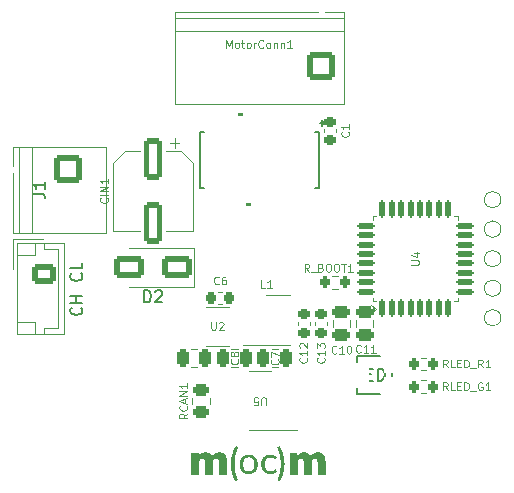
<source format=gto>
%TF.GenerationSoftware,KiCad,Pcbnew,9.0.7*%
%TF.CreationDate,2026-01-27T18:23:45+01:00*%
%TF.ProjectId,NEMA17_FOC_Driver,4e454d41-3137-45f4-964f-435f44726976,rev?*%
%TF.SameCoordinates,Original*%
%TF.FileFunction,Legend,Top*%
%TF.FilePolarity,Positive*%
%FSLAX46Y46*%
G04 Gerber Fmt 4.6, Leading zero omitted, Abs format (unit mm)*
G04 Created by KiCad (PCBNEW 9.0.7) date 2026-01-27 18:23:45*
%MOMM*%
%LPD*%
G01*
G04 APERTURE LIST*
G04 Aperture macros list*
%AMRoundRect*
0 Rectangle with rounded corners*
0 $1 Rounding radius*
0 $2 $3 $4 $5 $6 $7 $8 $9 X,Y pos of 4 corners*
0 Add a 4 corners polygon primitive as box body*
4,1,4,$2,$3,$4,$5,$6,$7,$8,$9,$2,$3,0*
0 Add four circle primitives for the rounded corners*
1,1,$1+$1,$2,$3*
1,1,$1+$1,$4,$5*
1,1,$1+$1,$6,$7*
1,1,$1+$1,$8,$9*
0 Add four rect primitives between the rounded corners*
20,1,$1+$1,$2,$3,$4,$5,0*
20,1,$1+$1,$4,$5,$6,$7,0*
20,1,$1+$1,$6,$7,$8,$9,0*
20,1,$1+$1,$8,$9,$2,$3,0*%
G04 Aperture macros list end*
%ADD10C,0.150000*%
%ADD11C,0.000000*%
%ADD12C,0.100000*%
%ADD13C,0.152400*%
%ADD14C,0.120000*%
%ADD15RoundRect,0.200000X0.200000X0.275000X-0.200000X0.275000X-0.200000X-0.275000X0.200000X-0.275000X0*%
%ADD16RoundRect,0.250000X-0.450000X0.262500X-0.450000X-0.262500X0.450000X-0.262500X0.450000X0.262500X0*%
%ADD17C,3.600000*%
%ADD18C,5.600000*%
%ADD19RoundRect,0.225000X0.250000X-0.225000X0.250000X0.225000X-0.250000X0.225000X-0.250000X-0.225000X0*%
%ADD20O,1.250000X0.549999*%
%ADD21RoundRect,0.250000X-0.250000X-0.475000X0.250000X-0.475000X0.250000X0.475000X-0.250000X0.475000X0*%
%ADD22R,1.498600X1.498600*%
%ADD23R,0.304800X1.161999*%
%ADD24R,5.180000X3.099999*%
%ADD25R,0.698500X0.457200*%
%ADD26RoundRect,0.250000X0.475000X-0.250000X0.475000X0.250000X-0.475000X0.250000X-0.475000X-0.250000X0*%
%ADD27RoundRect,0.250000X-0.550000X1.500000X-0.550000X-1.500000X0.550000X-1.500000X0.550000X1.500000X0*%
%ADD28R,1.200000X3.300000*%
%ADD29RoundRect,0.125000X0.125000X-0.625000X0.125000X0.625000X-0.125000X0.625000X-0.125000X-0.625000X0*%
%ADD30RoundRect,0.125000X0.625000X-0.125000X0.625000X0.125000X-0.625000X0.125000X-0.625000X-0.125000X0*%
%ADD31RoundRect,0.250000X1.000000X0.650000X-1.000000X0.650000X-1.000000X-0.650000X1.000000X-0.650000X0*%
%ADD32RoundRect,0.250000X-0.750000X0.600000X-0.750000X-0.600000X0.750000X-0.600000X0.750000X0.600000X0*%
%ADD33O,2.000000X1.700000*%
%ADD34RoundRect,0.225000X-0.225000X-0.250000X0.225000X-0.250000X0.225000X0.250000X-0.225000X0.250000X0*%
%ADD35RoundRect,0.250001X-0.949999X0.949999X-0.949999X-0.949999X0.949999X-0.949999X0.949999X0.949999X0*%
%ADD36C,2.400000*%
%ADD37RoundRect,0.250000X0.250000X0.475000X-0.250000X0.475000X-0.250000X-0.475000X0.250000X-0.475000X0*%
%ADD38RoundRect,0.200000X-0.200000X-0.275000X0.200000X-0.275000X0.200000X0.275000X-0.200000X0.275000X0*%
%ADD39C,1.000000*%
%ADD40RoundRect,0.250001X-0.949999X-0.949999X0.949999X-0.949999X0.949999X0.949999X-0.949999X0.949999X0*%
G04 APERTURE END LIST*
D10*
X150374580Y-75741792D02*
X150422200Y-75789411D01*
X150422200Y-75789411D02*
X150469819Y-75932268D01*
X150469819Y-75932268D02*
X150469819Y-76027506D01*
X150469819Y-76027506D02*
X150422200Y-76170363D01*
X150422200Y-76170363D02*
X150326961Y-76265601D01*
X150326961Y-76265601D02*
X150231723Y-76313220D01*
X150231723Y-76313220D02*
X150041247Y-76360839D01*
X150041247Y-76360839D02*
X149898390Y-76360839D01*
X149898390Y-76360839D02*
X149707914Y-76313220D01*
X149707914Y-76313220D02*
X149612676Y-76265601D01*
X149612676Y-76265601D02*
X149517438Y-76170363D01*
X149517438Y-76170363D02*
X149469819Y-76027506D01*
X149469819Y-76027506D02*
X149469819Y-75932268D01*
X149469819Y-75932268D02*
X149517438Y-75789411D01*
X149517438Y-75789411D02*
X149565057Y-75741792D01*
X150469819Y-74837030D02*
X150469819Y-75313220D01*
X150469819Y-75313220D02*
X149469819Y-75313220D01*
X150374580Y-78641792D02*
X150422200Y-78689411D01*
X150422200Y-78689411D02*
X150469819Y-78832268D01*
X150469819Y-78832268D02*
X150469819Y-78927506D01*
X150469819Y-78927506D02*
X150422200Y-79070363D01*
X150422200Y-79070363D02*
X150326961Y-79165601D01*
X150326961Y-79165601D02*
X150231723Y-79213220D01*
X150231723Y-79213220D02*
X150041247Y-79260839D01*
X150041247Y-79260839D02*
X149898390Y-79260839D01*
X149898390Y-79260839D02*
X149707914Y-79213220D01*
X149707914Y-79213220D02*
X149612676Y-79165601D01*
X149612676Y-79165601D02*
X149517438Y-79070363D01*
X149517438Y-79070363D02*
X149469819Y-78927506D01*
X149469819Y-78927506D02*
X149469819Y-78832268D01*
X149469819Y-78832268D02*
X149517438Y-78689411D01*
X149517438Y-78689411D02*
X149565057Y-78641792D01*
X150469819Y-78213220D02*
X149469819Y-78213220D01*
X149946009Y-78213220D02*
X149946009Y-77641792D01*
X150469819Y-77641792D02*
X149469819Y-77641792D01*
D11*
G36*
X170453989Y-90881865D02*
G01*
X170480589Y-90882908D01*
X170506484Y-90884647D01*
X170531686Y-90887082D01*
X170556209Y-90890216D01*
X170580066Y-90894047D01*
X170603271Y-90898578D01*
X170625836Y-90903809D01*
X170647775Y-90909741D01*
X170669101Y-90916374D01*
X170689827Y-90923709D01*
X170709966Y-90931747D01*
X170729531Y-90940490D01*
X170748536Y-90949937D01*
X170766993Y-90960089D01*
X170784917Y-90970947D01*
X170802299Y-90982500D01*
X170819124Y-90994735D01*
X170835392Y-91007652D01*
X170851104Y-91021251D01*
X170866262Y-91035532D01*
X170880865Y-91050496D01*
X170894914Y-91066141D01*
X170908411Y-91082469D01*
X170921357Y-91099479D01*
X170933751Y-91117171D01*
X170945594Y-91135545D01*
X170956888Y-91154601D01*
X170967633Y-91174339D01*
X170977830Y-91194760D01*
X170987480Y-91215862D01*
X170996584Y-91237647D01*
X171005135Y-91260170D01*
X171013129Y-91283485D01*
X171020567Y-91307593D01*
X171027449Y-91332492D01*
X171033776Y-91358182D01*
X171039549Y-91384661D01*
X171044768Y-91411930D01*
X171049434Y-91439987D01*
X171053549Y-91468832D01*
X171057113Y-91498463D01*
X171060126Y-91528881D01*
X171062589Y-91560083D01*
X171064504Y-91592070D01*
X171065871Y-91624841D01*
X171066690Y-91658395D01*
X171066963Y-91692730D01*
X171066963Y-92801335D01*
X170388572Y-92801335D01*
X170388572Y-91711781D01*
X170388380Y-91691695D01*
X170387802Y-91672317D01*
X170386839Y-91653648D01*
X170385488Y-91635688D01*
X170383750Y-91618438D01*
X170381624Y-91601899D01*
X170379108Y-91586071D01*
X170376203Y-91570956D01*
X170372907Y-91556554D01*
X170369219Y-91542866D01*
X170365140Y-91529892D01*
X170360667Y-91517634D01*
X170355800Y-91506093D01*
X170350539Y-91495268D01*
X170344883Y-91485161D01*
X170338830Y-91475772D01*
X170335686Y-91471328D01*
X170332406Y-91467023D01*
X170328989Y-91462857D01*
X170325437Y-91458832D01*
X170321748Y-91454946D01*
X170317923Y-91451201D01*
X170313963Y-91447595D01*
X170309867Y-91444130D01*
X170305635Y-91440805D01*
X170301267Y-91437620D01*
X170296765Y-91434576D01*
X170292126Y-91431673D01*
X170287353Y-91428910D01*
X170282444Y-91426288D01*
X170277400Y-91423807D01*
X170272222Y-91421467D01*
X170266908Y-91419267D01*
X170261460Y-91417210D01*
X170250159Y-91413518D01*
X170238320Y-91410392D01*
X170225944Y-91407832D01*
X170213032Y-91405840D01*
X170199584Y-91404416D01*
X170185601Y-91403562D01*
X170171084Y-91403276D01*
X170159785Y-91403450D01*
X170148709Y-91403970D01*
X170137855Y-91404836D01*
X170127221Y-91406046D01*
X170116808Y-91407601D01*
X170106614Y-91409499D01*
X170096639Y-91411740D01*
X170086881Y-91414323D01*
X170077340Y-91417247D01*
X170068016Y-91420511D01*
X170058907Y-91424114D01*
X170050013Y-91428056D01*
X170041333Y-91432337D01*
X170032865Y-91436954D01*
X170024611Y-91441908D01*
X170016567Y-91447197D01*
X170008841Y-91452822D01*
X170001336Y-91458780D01*
X169994054Y-91465072D01*
X169986992Y-91471696D01*
X169980151Y-91478652D01*
X169973529Y-91485939D01*
X169967125Y-91493556D01*
X169960939Y-91501503D01*
X169954970Y-91509778D01*
X169949218Y-91518382D01*
X169943681Y-91527312D01*
X169938359Y-91536569D01*
X169933250Y-91546151D01*
X169928355Y-91556058D01*
X169923672Y-91566289D01*
X169919201Y-91576843D01*
X169915065Y-91587714D01*
X169911190Y-91598896D01*
X169907578Y-91610389D01*
X169904228Y-91622194D01*
X169901141Y-91634313D01*
X169898319Y-91646746D01*
X169895762Y-91659493D01*
X169893471Y-91672556D01*
X169891446Y-91685935D01*
X169889689Y-91699632D01*
X169888200Y-91713646D01*
X169886980Y-91727978D01*
X169886030Y-91742630D01*
X169885350Y-91757602D01*
X169884942Y-91772895D01*
X169884806Y-91788510D01*
X169884806Y-92801864D01*
X169206413Y-92801864D01*
X169206413Y-91712310D01*
X169206227Y-91692224D01*
X169205669Y-91672847D01*
X169204739Y-91654177D01*
X169203437Y-91636217D01*
X169201763Y-91618967D01*
X169199716Y-91602428D01*
X169197298Y-91586601D01*
X169194508Y-91571485D01*
X169191345Y-91557083D01*
X169187810Y-91543395D01*
X169183904Y-91530422D01*
X169179625Y-91518164D01*
X169174974Y-91506622D01*
X169169951Y-91495797D01*
X169164556Y-91485690D01*
X169158789Y-91476302D01*
X169155743Y-91471857D01*
X169152557Y-91467552D01*
X169149232Y-91463387D01*
X169145769Y-91459361D01*
X169142166Y-91455475D01*
X169138425Y-91451730D01*
X169134546Y-91448124D01*
X169130528Y-91444659D01*
X169126373Y-91441334D01*
X169122079Y-91438150D01*
X169117649Y-91435105D01*
X169113080Y-91432202D01*
X169108375Y-91429439D01*
X169103532Y-91426817D01*
X169098553Y-91424336D01*
X169093437Y-91421996D01*
X169088185Y-91419797D01*
X169082796Y-91417739D01*
X169077271Y-91415822D01*
X169071611Y-91414047D01*
X169059883Y-91410921D01*
X169047615Y-91408362D01*
X169034806Y-91406370D01*
X169021460Y-91404946D01*
X169007577Y-91404091D01*
X168993160Y-91403806D01*
X168981843Y-91403979D01*
X168970713Y-91404499D01*
X168959770Y-91405365D01*
X168949016Y-91406576D01*
X168938451Y-91408130D01*
X168928076Y-91410029D01*
X168917891Y-91412269D01*
X168907898Y-91414852D01*
X168898097Y-91417776D01*
X168888489Y-91421040D01*
X168879075Y-91424643D01*
X168869856Y-91428586D01*
X168860831Y-91432866D01*
X168852003Y-91437483D01*
X168843372Y-91442437D01*
X168834938Y-91447727D01*
X168826746Y-91453351D01*
X168818839Y-91459309D01*
X168811215Y-91465601D01*
X168803875Y-91472225D01*
X168796816Y-91479181D01*
X168790039Y-91486468D01*
X168783542Y-91494086D01*
X168777326Y-91502032D01*
X168771388Y-91510308D01*
X168765728Y-91518911D01*
X168760346Y-91527841D01*
X168755241Y-91537098D01*
X168750412Y-91546680D01*
X168745858Y-91556587D01*
X168741578Y-91566818D01*
X168737572Y-91577372D01*
X168733914Y-91588243D01*
X168730480Y-91599425D01*
X168727273Y-91610918D01*
X168724293Y-91622724D01*
X168721543Y-91634842D01*
X168719024Y-91647275D01*
X168716738Y-91660023D01*
X168714686Y-91673085D01*
X168712869Y-91686465D01*
X168711289Y-91700161D01*
X168709949Y-91714175D01*
X168708848Y-91728507D01*
X168707990Y-91743159D01*
X168707374Y-91758131D01*
X168706880Y-91789039D01*
X168706880Y-92802393D01*
X168028488Y-92802393D01*
X168030604Y-92801335D01*
X168030604Y-90927026D01*
X168689946Y-90927026D01*
X168689946Y-91177855D01*
X168692911Y-91173125D01*
X168701316Y-91160386D01*
X168709988Y-91147887D01*
X168718927Y-91135631D01*
X168728132Y-91123617D01*
X168737602Y-91111846D01*
X168747336Y-91100320D01*
X168757334Y-91089039D01*
X168767594Y-91078003D01*
X168778116Y-91067214D01*
X168788900Y-91056672D01*
X168799945Y-91046310D01*
X168811248Y-91036256D01*
X168822811Y-91026509D01*
X168834632Y-91017067D01*
X168846711Y-91007930D01*
X168859045Y-90999094D01*
X168871636Y-90990560D01*
X168884482Y-90982324D01*
X168897581Y-90974386D01*
X168910935Y-90966745D01*
X168924541Y-90959398D01*
X168938399Y-90952344D01*
X168952508Y-90945581D01*
X168966867Y-90939108D01*
X168981476Y-90932924D01*
X168996334Y-90927026D01*
X169011415Y-90921457D01*
X169026693Y-90916259D01*
X169042169Y-90911430D01*
X169057841Y-90906968D01*
X169073708Y-90902871D01*
X169089770Y-90899140D01*
X169106025Y-90895771D01*
X169122474Y-90892763D01*
X169139114Y-90890115D01*
X169155946Y-90887825D01*
X169172969Y-90885891D01*
X169190182Y-90884313D01*
X169207584Y-90883088D01*
X169225174Y-90882215D01*
X169242952Y-90881692D01*
X169260917Y-90881518D01*
X169286379Y-90881915D01*
X169311369Y-90883104D01*
X169335886Y-90885086D01*
X169359929Y-90887860D01*
X169383498Y-90891424D01*
X169406592Y-90895778D01*
X169429210Y-90900921D01*
X169451351Y-90906852D01*
X169473015Y-90913571D01*
X169494200Y-90921076D01*
X169514906Y-90929368D01*
X169535133Y-90938445D01*
X169554879Y-90948306D01*
X169574143Y-90958951D01*
X169592926Y-90970379D01*
X169611225Y-90982589D01*
X169628992Y-90995586D01*
X169646173Y-91009377D01*
X169662769Y-91023960D01*
X169678777Y-91039334D01*
X169694196Y-91055498D01*
X169709024Y-91072453D01*
X169723260Y-91090197D01*
X169736902Y-91108729D01*
X169749949Y-91128049D01*
X169762399Y-91148155D01*
X169774251Y-91169047D01*
X169785503Y-91190725D01*
X169796153Y-91213187D01*
X169802398Y-91227637D01*
X169808107Y-91218058D01*
X169821726Y-91196868D01*
X169835974Y-91176287D01*
X169850852Y-91156313D01*
X169866357Y-91136946D01*
X169882489Y-91118188D01*
X169899248Y-91100037D01*
X169916632Y-91082494D01*
X169934641Y-91065558D01*
X169953273Y-91049231D01*
X169972530Y-91033511D01*
X169992408Y-91018398D01*
X170012908Y-91003894D01*
X170034030Y-90989997D01*
X170055653Y-90976832D01*
X170077662Y-90964522D01*
X170100057Y-90953066D01*
X170122839Y-90942463D01*
X170146008Y-90932713D01*
X170169566Y-90923815D01*
X170193512Y-90915768D01*
X170217849Y-90908572D01*
X170242576Y-90902225D01*
X170267695Y-90896726D01*
X170293206Y-90892076D01*
X170319110Y-90888273D01*
X170345408Y-90885317D01*
X170372100Y-90883206D01*
X170399187Y-90881940D01*
X170426671Y-90881518D01*
X170453989Y-90881865D01*
G37*
G36*
X167237426Y-90441574D02*
G01*
X167285189Y-90532632D01*
X167329356Y-90623938D01*
X167369939Y-90715492D01*
X167406949Y-90807294D01*
X167440401Y-90899344D01*
X167470305Y-90991642D01*
X167496674Y-91084189D01*
X167519568Y-91177105D01*
X167539429Y-91270505D01*
X167556252Y-91364376D01*
X167570030Y-91458706D01*
X167580757Y-91553483D01*
X167588427Y-91648694D01*
X167593034Y-91744326D01*
X167594570Y-91840368D01*
X167593034Y-91936409D01*
X167588427Y-92032042D01*
X167580757Y-92127253D01*
X167570030Y-92222029D01*
X167556252Y-92316359D01*
X167539429Y-92410231D01*
X167519568Y-92503631D01*
X167496674Y-92596547D01*
X167470456Y-92689093D01*
X167440623Y-92781391D01*
X167407181Y-92873442D01*
X167370137Y-92965244D01*
X167329495Y-93056798D01*
X167285264Y-93148104D01*
X167237448Y-93239162D01*
X167186054Y-93329972D01*
X167186054Y-93331030D01*
X166973858Y-93249539D01*
X166999432Y-93187652D01*
X167023765Y-93126218D01*
X167046858Y-93065243D01*
X167068711Y-93004733D01*
X167089324Y-92944694D01*
X167108697Y-92885133D01*
X167126829Y-92826056D01*
X167143721Y-92767468D01*
X167159496Y-92709179D01*
X167174272Y-92651002D01*
X167188044Y-92592948D01*
X167200805Y-92535031D01*
X167212549Y-92477263D01*
X167223270Y-92419656D01*
X167232961Y-92362223D01*
X167241617Y-92304976D01*
X167249256Y-92247726D01*
X167255896Y-92190271D01*
X167261532Y-92132605D01*
X167266157Y-92074722D01*
X167269765Y-92016616D01*
X167272350Y-91958281D01*
X167273905Y-91899710D01*
X167274425Y-91840897D01*
X167273905Y-91782084D01*
X167272350Y-91723513D01*
X167269765Y-91665177D01*
X167266157Y-91607071D01*
X167261532Y-91549189D01*
X167255896Y-91491523D01*
X167249256Y-91434068D01*
X167241617Y-91376818D01*
X167232961Y-91319592D01*
X167223270Y-91262212D01*
X167212549Y-91204670D01*
X167200805Y-91146961D01*
X167188044Y-91089078D01*
X167174272Y-91031016D01*
X167159496Y-90972767D01*
X167143721Y-90914326D01*
X167126829Y-90855739D01*
X167108697Y-90796661D01*
X167089324Y-90737100D01*
X167068711Y-90677061D01*
X167046858Y-90616551D01*
X167023765Y-90555576D01*
X166999432Y-90494142D01*
X166973858Y-90432255D01*
X167186054Y-90350764D01*
X167237426Y-90441574D01*
G37*
G36*
X166423215Y-91079631D02*
G01*
X166441928Y-91080245D01*
X166460613Y-91081268D01*
X166479269Y-91082701D01*
X166497894Y-91084542D01*
X166516487Y-91086793D01*
X166535045Y-91089454D01*
X166553568Y-91092523D01*
X166572053Y-91096002D01*
X166590500Y-91099890D01*
X166608906Y-91104188D01*
X166627270Y-91108894D01*
X166645591Y-91114010D01*
X166663867Y-91119536D01*
X166682097Y-91125470D01*
X166700279Y-91131814D01*
X166718237Y-91138530D01*
X166735800Y-91145579D01*
X166752967Y-91152963D01*
X166769740Y-91160678D01*
X166786119Y-91168726D01*
X166802105Y-91177104D01*
X166817699Y-91185813D01*
X166832901Y-91194851D01*
X166847713Y-91204218D01*
X166862134Y-91213912D01*
X166876167Y-91223934D01*
X166889811Y-91234282D01*
X166903068Y-91244956D01*
X166915938Y-91255954D01*
X166928421Y-91267277D01*
X166940520Y-91278922D01*
X166842624Y-91487943D01*
X166830749Y-91477494D01*
X166818738Y-91467379D01*
X166806593Y-91457597D01*
X166794313Y-91448148D01*
X166781900Y-91439031D01*
X166769354Y-91430244D01*
X166756677Y-91421788D01*
X166743868Y-91413661D01*
X166730930Y-91405863D01*
X166717862Y-91398393D01*
X166704665Y-91391250D01*
X166691340Y-91384433D01*
X166677889Y-91377942D01*
X166664311Y-91371776D01*
X166650607Y-91365933D01*
X166636778Y-91360414D01*
X166609147Y-91350543D01*
X166581820Y-91341968D01*
X166568272Y-91338168D01*
X166554802Y-91334695D01*
X166541412Y-91331548D01*
X166528101Y-91328730D01*
X166514871Y-91326241D01*
X166501722Y-91324080D01*
X166488655Y-91322250D01*
X166475672Y-91320751D01*
X166462772Y-91319584D01*
X166449956Y-91318749D01*
X166437226Y-91318248D01*
X166424582Y-91318081D01*
X166395145Y-91318670D01*
X166366562Y-91320436D01*
X166338832Y-91323379D01*
X166311952Y-91327498D01*
X166285923Y-91332792D01*
X166260741Y-91339261D01*
X166236406Y-91346903D01*
X166212916Y-91355718D01*
X166190269Y-91365705D01*
X166168464Y-91376863D01*
X166147499Y-91389191D01*
X166127373Y-91402690D01*
X166108084Y-91417357D01*
X166089630Y-91433192D01*
X166072011Y-91450195D01*
X166055224Y-91468364D01*
X166039368Y-91487619D01*
X166024540Y-91507877D01*
X166010739Y-91529138D01*
X165997966Y-91551402D01*
X165986220Y-91574667D01*
X165975499Y-91598933D01*
X165965802Y-91624199D01*
X165957130Y-91650463D01*
X165949480Y-91677727D01*
X165942853Y-91705988D01*
X165937248Y-91735246D01*
X165932664Y-91765499D01*
X165929100Y-91796748D01*
X165926555Y-91828992D01*
X165925028Y-91862230D01*
X165924520Y-91896460D01*
X165925028Y-91930721D01*
X165926555Y-91964052D01*
X165929100Y-91996450D01*
X165932664Y-92027916D01*
X165937248Y-92058449D01*
X165942853Y-92088048D01*
X165949480Y-92116712D01*
X165957130Y-92144440D01*
X165965802Y-92171233D01*
X165975499Y-92197087D01*
X165986220Y-92222004D01*
X165997966Y-92245983D01*
X166010739Y-92269021D01*
X166024540Y-92291120D01*
X166039368Y-92312277D01*
X166055224Y-92332493D01*
X166072011Y-92351711D01*
X166089630Y-92369677D01*
X166108084Y-92386394D01*
X166127373Y-92401863D01*
X166147499Y-92416086D01*
X166168464Y-92429064D01*
X166190269Y-92440798D01*
X166212916Y-92451291D01*
X166236406Y-92460543D01*
X166260741Y-92468557D01*
X166285923Y-92475334D01*
X166311952Y-92480875D01*
X166338832Y-92485182D01*
X166366562Y-92488256D01*
X166395145Y-92490100D01*
X166424582Y-92490714D01*
X166437313Y-92490547D01*
X166450108Y-92490045D01*
X166462968Y-92489210D01*
X166475895Y-92488043D01*
X166488890Y-92486544D01*
X166501954Y-92484714D01*
X166515090Y-92482554D01*
X166528299Y-92480064D01*
X166541582Y-92477246D01*
X166554941Y-92474100D01*
X166568378Y-92470627D01*
X166581894Y-92466827D01*
X166595490Y-92462702D01*
X166609169Y-92458252D01*
X166636778Y-92448381D01*
X166650607Y-92442936D01*
X166664311Y-92437121D01*
X166677889Y-92430938D01*
X166691340Y-92424386D01*
X166704665Y-92417469D01*
X166717862Y-92410188D01*
X166730930Y-92402543D01*
X166743868Y-92394538D01*
X166756677Y-92386173D01*
X166769354Y-92377450D01*
X166781900Y-92368370D01*
X166794313Y-92358935D01*
X166806593Y-92349147D01*
X166818738Y-92339006D01*
X166830749Y-92328516D01*
X166842624Y-92317676D01*
X166940520Y-92529872D01*
X166928496Y-92541518D01*
X166916040Y-92552840D01*
X166903153Y-92563839D01*
X166889836Y-92574512D01*
X166876091Y-92584861D01*
X166861920Y-92594882D01*
X166847325Y-92604577D01*
X166832306Y-92613944D01*
X166816865Y-92622982D01*
X166801004Y-92631690D01*
X166784725Y-92640069D01*
X166768028Y-92648116D01*
X166750917Y-92655832D01*
X166733391Y-92663215D01*
X166715452Y-92670265D01*
X166697103Y-92676981D01*
X166660047Y-92689259D01*
X166623103Y-92699900D01*
X166586282Y-92708904D01*
X166567922Y-92712792D01*
X166549598Y-92716271D01*
X166531311Y-92719341D01*
X166513063Y-92722001D01*
X166494855Y-92724252D01*
X166476689Y-92726094D01*
X166458566Y-92727526D01*
X166440489Y-92728550D01*
X166422457Y-92729164D01*
X166404474Y-92729368D01*
X166404475Y-92729897D01*
X166374473Y-92729494D01*
X166344992Y-92728285D01*
X166316030Y-92726269D01*
X166287587Y-92723448D01*
X166259661Y-92719820D01*
X166232253Y-92715386D01*
X166205360Y-92710146D01*
X166178984Y-92704100D01*
X166153121Y-92697248D01*
X166127773Y-92689589D01*
X166102938Y-92681125D01*
X166078615Y-92671854D01*
X166054804Y-92661777D01*
X166031504Y-92650894D01*
X166008714Y-92639205D01*
X165986433Y-92626710D01*
X165964723Y-92613482D01*
X165943645Y-92599597D01*
X165923199Y-92585053D01*
X165903387Y-92569849D01*
X165884207Y-92553985D01*
X165865659Y-92537459D01*
X165847744Y-92520272D01*
X165830461Y-92502422D01*
X165813811Y-92483908D01*
X165797793Y-92464730D01*
X165782408Y-92444887D01*
X165767656Y-92424378D01*
X165753536Y-92403202D01*
X165740048Y-92381359D01*
X165727193Y-92358848D01*
X165714971Y-92335668D01*
X165703530Y-92311893D01*
X165692821Y-92287596D01*
X165682846Y-92262779D01*
X165673605Y-92237441D01*
X165665098Y-92211582D01*
X165657328Y-92185203D01*
X165650293Y-92158302D01*
X165643996Y-92130880D01*
X165638437Y-92102938D01*
X165633616Y-92074475D01*
X165629535Y-92045490D01*
X165626195Y-92015985D01*
X165623595Y-91985959D01*
X165621737Y-91955412D01*
X165620622Y-91924344D01*
X165620250Y-91892756D01*
X165620622Y-91861221D01*
X165621737Y-91830311D01*
X165623595Y-91800016D01*
X165626195Y-91770328D01*
X165629535Y-91741238D01*
X165633616Y-91712739D01*
X165638437Y-91684820D01*
X165643996Y-91657475D01*
X165650293Y-91630694D01*
X165657328Y-91604468D01*
X165665098Y-91578790D01*
X165673605Y-91553651D01*
X165682846Y-91529041D01*
X165692821Y-91504954D01*
X165703530Y-91481380D01*
X165714971Y-91458310D01*
X165727100Y-91435725D01*
X165739875Y-91413810D01*
X165753294Y-91392565D01*
X165767358Y-91371989D01*
X165782067Y-91352084D01*
X165797421Y-91332848D01*
X165813420Y-91314281D01*
X165830064Y-91296385D01*
X165847353Y-91279158D01*
X165865287Y-91262601D01*
X165883866Y-91246713D01*
X165903089Y-91231496D01*
X165922958Y-91216948D01*
X165943471Y-91203070D01*
X165964630Y-91189861D01*
X165986433Y-91177322D01*
X166008720Y-91165410D01*
X166031526Y-91154277D01*
X166054850Y-91143922D01*
X166078690Y-91134344D01*
X166103045Y-91125541D01*
X166127913Y-91117512D01*
X166153292Y-91110255D01*
X166179182Y-91103768D01*
X166205580Y-91098050D01*
X166232485Y-91093100D01*
X166259896Y-91088915D01*
X166287810Y-91085495D01*
X166316227Y-91082838D01*
X166345144Y-91080942D01*
X166374561Y-91079805D01*
X166404475Y-91079426D01*
X166423215Y-91079631D01*
G37*
G36*
X164590607Y-91081411D02*
G01*
X164619332Y-91082600D01*
X164647562Y-91084582D01*
X164675298Y-91087356D01*
X164702542Y-91090920D01*
X164729293Y-91095273D01*
X164755553Y-91100416D01*
X164781322Y-91106348D01*
X164806601Y-91113067D01*
X164831391Y-91120572D01*
X164855693Y-91128864D01*
X164879507Y-91137941D01*
X164902835Y-91147802D01*
X164925676Y-91158447D01*
X164948032Y-91169875D01*
X164969904Y-91182085D01*
X164991229Y-91195107D01*
X165011947Y-91208775D01*
X165032055Y-91223087D01*
X165051553Y-91238044D01*
X165070440Y-91253646D01*
X165088715Y-91269893D01*
X165106378Y-91286785D01*
X165123428Y-91304322D01*
X165139864Y-91322504D01*
X165155686Y-91341331D01*
X165170892Y-91360802D01*
X165185481Y-91380919D01*
X165199454Y-91401681D01*
X165212809Y-91423087D01*
X165225545Y-91445138D01*
X165237662Y-91467835D01*
X165249103Y-91491207D01*
X165259812Y-91515090D01*
X165269787Y-91539484D01*
X165279028Y-91564391D01*
X165287534Y-91589813D01*
X165295305Y-91615751D01*
X165302339Y-91642207D01*
X165308637Y-91669183D01*
X165314196Y-91696679D01*
X165319016Y-91724697D01*
X165323097Y-91753240D01*
X165326438Y-91782308D01*
X165329038Y-91811904D01*
X165330896Y-91842028D01*
X165332011Y-91872682D01*
X165332383Y-91903868D01*
X165332011Y-91935066D01*
X165330896Y-91965755D01*
X165329038Y-91995933D01*
X165326438Y-92025601D01*
X165323097Y-92054757D01*
X165319016Y-92083401D01*
X165314196Y-92111532D01*
X165308637Y-92139149D01*
X165302339Y-92166251D01*
X165295305Y-92192837D01*
X165287534Y-92218908D01*
X165279028Y-92244461D01*
X165269787Y-92269497D01*
X165259812Y-92294014D01*
X165249103Y-92318011D01*
X165237662Y-92341489D01*
X165225545Y-92364470D01*
X165212809Y-92386782D01*
X165199454Y-92408424D01*
X165185481Y-92429397D01*
X165170891Y-92449699D01*
X165155686Y-92469332D01*
X165139864Y-92488295D01*
X165123428Y-92506589D01*
X165106378Y-92524212D01*
X165088715Y-92541166D01*
X165070440Y-92557451D01*
X165051552Y-92573065D01*
X165032055Y-92588010D01*
X165011947Y-92602285D01*
X164991229Y-92615891D01*
X164969904Y-92628826D01*
X164948032Y-92641123D01*
X164925676Y-92652616D01*
X164902835Y-92663306D01*
X164879507Y-92673194D01*
X164855693Y-92682282D01*
X164831391Y-92690571D01*
X164806601Y-92698064D01*
X164781322Y-92704762D01*
X164755553Y-92710665D01*
X164729293Y-92715777D01*
X164702542Y-92720098D01*
X164675298Y-92723630D01*
X164647562Y-92726374D01*
X164619332Y-92728332D01*
X164590607Y-92729506D01*
X164561387Y-92729897D01*
X164532254Y-92729500D01*
X164503594Y-92728311D01*
X164475409Y-92726329D01*
X164447699Y-92723555D01*
X164420467Y-92719991D01*
X164393714Y-92715638D01*
X164367441Y-92710495D01*
X164341651Y-92704563D01*
X164316344Y-92697844D01*
X164291522Y-92690339D01*
X164267188Y-92682047D01*
X164243341Y-92672970D01*
X164219985Y-92663109D01*
X164197120Y-92652464D01*
X164174748Y-92641036D01*
X164152870Y-92628826D01*
X164131545Y-92615798D01*
X164110827Y-92602112D01*
X164090720Y-92587768D01*
X164071222Y-92572768D01*
X164052334Y-92557110D01*
X164034059Y-92540794D01*
X164016396Y-92523822D01*
X163999346Y-92506192D01*
X163982910Y-92487905D01*
X163967088Y-92468960D01*
X163951882Y-92449358D01*
X163937293Y-92429099D01*
X163923320Y-92408182D01*
X163909965Y-92386609D01*
X163897229Y-92364377D01*
X163885112Y-92341489D01*
X163873671Y-92317924D01*
X163862963Y-92293862D01*
X163852987Y-92269300D01*
X163843746Y-92244238D01*
X163835240Y-92218673D01*
X163827469Y-92192605D01*
X163820435Y-92166031D01*
X163814138Y-92138950D01*
X163808578Y-92111361D01*
X163803758Y-92083262D01*
X163799677Y-92054651D01*
X163796336Y-92025527D01*
X163793737Y-91995888D01*
X163791879Y-91965733D01*
X163790763Y-91935060D01*
X163790391Y-91903868D01*
X163790398Y-91903339D01*
X164090958Y-91903339D01*
X164091460Y-91938729D01*
X164092968Y-91973065D01*
X164095482Y-92006346D01*
X164099003Y-92038574D01*
X164103531Y-92069747D01*
X164109068Y-92099866D01*
X164115615Y-92128931D01*
X164123171Y-92156942D01*
X164131738Y-92183898D01*
X164141317Y-92209801D01*
X164151907Y-92234649D01*
X164163512Y-92258443D01*
X164176130Y-92281182D01*
X164189762Y-92302868D01*
X164204410Y-92323499D01*
X164220075Y-92343076D01*
X164236570Y-92361438D01*
X164253710Y-92378620D01*
X164271495Y-92394623D01*
X164289925Y-92409445D01*
X164309000Y-92423086D01*
X164328719Y-92435545D01*
X164349084Y-92446821D01*
X164370093Y-92456913D01*
X164391748Y-92465821D01*
X164414047Y-92473544D01*
X164436992Y-92480080D01*
X164460581Y-92485430D01*
X164484815Y-92489593D01*
X164509694Y-92492567D01*
X164535218Y-92494352D01*
X164561387Y-92494947D01*
X164588027Y-92494352D01*
X164613973Y-92492567D01*
X164639224Y-92489593D01*
X164663781Y-92485430D01*
X164687643Y-92480080D01*
X164710811Y-92473544D01*
X164733284Y-92465821D01*
X164755062Y-92456913D01*
X164776146Y-92446821D01*
X164796536Y-92435545D01*
X164816230Y-92423086D01*
X164835231Y-92409445D01*
X164853537Y-92394623D01*
X164871148Y-92378620D01*
X164888065Y-92361438D01*
X164904287Y-92343076D01*
X164919759Y-92323592D01*
X164934228Y-92303041D01*
X164947693Y-92281424D01*
X164960156Y-92258740D01*
X164971617Y-92234990D01*
X164982078Y-92210173D01*
X164991539Y-92184289D01*
X165000000Y-92157339D01*
X165007464Y-92129322D01*
X165013929Y-92100238D01*
X165019398Y-92070088D01*
X165023871Y-92038871D01*
X165027348Y-92006588D01*
X165029831Y-91973238D01*
X165031320Y-91938822D01*
X165031817Y-91903339D01*
X165031320Y-91867868D01*
X165029831Y-91833487D01*
X165027348Y-91800194D01*
X165023871Y-91767988D01*
X165019398Y-91736867D01*
X165013929Y-91706830D01*
X165007464Y-91677875D01*
X165000000Y-91650000D01*
X164991539Y-91623205D01*
X164982078Y-91597486D01*
X164971617Y-91572844D01*
X164960156Y-91549277D01*
X164947693Y-91526782D01*
X164934228Y-91505358D01*
X164919759Y-91485004D01*
X164904287Y-91465718D01*
X164887972Y-91447548D01*
X164870974Y-91430546D01*
X164853295Y-91414710D01*
X164834933Y-91400043D01*
X164815889Y-91386545D01*
X164796164Y-91374216D01*
X164775755Y-91363058D01*
X164754665Y-91353071D01*
X164732893Y-91344257D01*
X164710439Y-91336615D01*
X164687302Y-91330146D01*
X164663483Y-91324852D01*
X164638982Y-91320733D01*
X164613799Y-91317790D01*
X164587934Y-91316023D01*
X164561387Y-91315434D01*
X164534863Y-91316023D01*
X164509065Y-91317790D01*
X164483984Y-91320733D01*
X164459613Y-91324852D01*
X164435947Y-91330146D01*
X164412977Y-91336615D01*
X164390698Y-91344257D01*
X164369101Y-91353071D01*
X164348180Y-91363058D01*
X164327928Y-91374216D01*
X164308338Y-91386545D01*
X164289404Y-91400043D01*
X164271117Y-91414710D01*
X164253471Y-91430546D01*
X164236459Y-91447548D01*
X164220075Y-91465718D01*
X164204410Y-91485010D01*
X164189762Y-91505379D01*
X164176130Y-91526827D01*
X164163512Y-91549351D01*
X164151908Y-91572951D01*
X164141317Y-91597626D01*
X164131738Y-91623375D01*
X164123171Y-91650199D01*
X164115615Y-91678094D01*
X164109069Y-91707062D01*
X164103532Y-91737101D01*
X164099003Y-91768211D01*
X164095482Y-91800390D01*
X164092968Y-91833638D01*
X164091460Y-91867955D01*
X164090958Y-91903339D01*
X163790398Y-91903339D01*
X163790763Y-91872676D01*
X163791879Y-91842006D01*
X163793737Y-91811858D01*
X163796336Y-91782234D01*
X163799677Y-91753134D01*
X163803758Y-91724558D01*
X163808578Y-91696508D01*
X163814138Y-91668984D01*
X163820435Y-91641987D01*
X163827469Y-91615519D01*
X163835240Y-91589578D01*
X163843746Y-91564168D01*
X163852987Y-91539287D01*
X163862963Y-91514938D01*
X163873671Y-91491120D01*
X163885112Y-91467835D01*
X163897229Y-91445133D01*
X163909966Y-91423065D01*
X163923320Y-91401635D01*
X163937293Y-91380845D01*
X163951883Y-91360696D01*
X163967089Y-91341191D01*
X163982910Y-91322333D01*
X163999346Y-91304124D01*
X164016396Y-91286566D01*
X164034059Y-91269661D01*
X164052335Y-91253412D01*
X164071222Y-91237821D01*
X164090720Y-91222890D01*
X164110828Y-91208623D01*
X164131545Y-91195020D01*
X164152870Y-91182085D01*
X164174742Y-91169787D01*
X164197098Y-91158295D01*
X164219940Y-91147605D01*
X164243267Y-91137717D01*
X164267081Y-91128629D01*
X164291383Y-91120340D01*
X164316173Y-91112847D01*
X164341452Y-91106149D01*
X164367221Y-91100245D01*
X164393481Y-91095134D01*
X164420232Y-91090813D01*
X164447476Y-91087281D01*
X164475212Y-91084537D01*
X164503442Y-91082579D01*
X164532167Y-91081405D01*
X164561387Y-91081014D01*
X164590607Y-91081411D01*
G37*
G36*
X163668154Y-90432785D02*
G01*
X163643275Y-90493160D01*
X163619438Y-90553244D01*
X163596642Y-90613043D01*
X163574888Y-90672563D01*
X163554176Y-90731810D01*
X163534506Y-90790791D01*
X163515878Y-90849511D01*
X163498292Y-90907976D01*
X163481797Y-90966290D01*
X163466451Y-91024542D01*
X163452257Y-91082719D01*
X163439223Y-91140810D01*
X163427355Y-91198801D01*
X163416659Y-91256681D01*
X163407142Y-91314436D01*
X163398809Y-91372056D01*
X163391542Y-91429749D01*
X163385224Y-91487728D01*
X163379861Y-91545980D01*
X163375459Y-91604492D01*
X163372024Y-91663252D01*
X163369564Y-91722248D01*
X163368083Y-91781467D01*
X163367588Y-91840897D01*
X163368061Y-91900327D01*
X163369489Y-91959546D01*
X163371885Y-92018542D01*
X163375261Y-92077302D01*
X163379628Y-92135815D01*
X163385001Y-92194066D01*
X163391390Y-92252045D01*
X163398809Y-92309739D01*
X163407142Y-92367312D01*
X163416659Y-92424940D01*
X163427355Y-92482631D01*
X163439223Y-92540389D01*
X163452257Y-92598223D01*
X163466451Y-92656136D01*
X163481797Y-92714137D01*
X163498292Y-92772230D01*
X163515878Y-92830548D01*
X163534506Y-92889226D01*
X163554176Y-92948275D01*
X163574888Y-93007709D01*
X163596642Y-93067540D01*
X163619438Y-93127781D01*
X163643275Y-93188443D01*
X163668154Y-93249539D01*
X163459133Y-93331030D01*
X163407041Y-93240221D01*
X163358707Y-93149163D01*
X163314119Y-93057856D01*
X163273263Y-92966302D01*
X163236129Y-92874500D01*
X163202702Y-92782450D01*
X163172972Y-92690152D01*
X163146925Y-92597605D01*
X163124403Y-92504689D01*
X163104864Y-92411289D01*
X163088315Y-92317418D01*
X163074760Y-92223088D01*
X163064207Y-92128311D01*
X163056661Y-92033100D01*
X163052129Y-91937468D01*
X163050617Y-91841426D01*
X163052129Y-91745272D01*
X163056661Y-91649347D01*
X163064207Y-91553732D01*
X163074760Y-91458508D01*
X163088315Y-91363755D01*
X163104864Y-91269554D01*
X163124403Y-91175986D01*
X163146925Y-91083130D01*
X163172820Y-90990956D01*
X163202479Y-90898980D01*
X163235896Y-90807203D01*
X163273065Y-90715624D01*
X163313979Y-90624244D01*
X163358633Y-90533062D01*
X163407020Y-90442078D01*
X163459133Y-90351293D01*
X163668154Y-90432785D01*
G37*
G36*
X162109560Y-90881865D02*
G01*
X162136160Y-90882908D01*
X162162054Y-90884647D01*
X162187256Y-90887082D01*
X162211779Y-90890216D01*
X162235637Y-90894047D01*
X162258841Y-90898578D01*
X162281407Y-90903809D01*
X162303345Y-90909741D01*
X162324671Y-90916374D01*
X162345397Y-90923709D01*
X162365536Y-90931747D01*
X162385101Y-90940490D01*
X162404106Y-90949937D01*
X162422564Y-90960089D01*
X162440487Y-90970947D01*
X162457869Y-90982500D01*
X162474694Y-90994735D01*
X162490962Y-91007652D01*
X162506674Y-91021251D01*
X162521832Y-91035532D01*
X162536435Y-91050496D01*
X162550485Y-91066141D01*
X162563982Y-91082469D01*
X162576927Y-91099479D01*
X162589321Y-91117171D01*
X162601164Y-91135545D01*
X162612458Y-91154601D01*
X162623203Y-91174339D01*
X162633401Y-91194760D01*
X162643051Y-91215862D01*
X162652154Y-91237647D01*
X162660706Y-91260170D01*
X162668700Y-91283485D01*
X162676137Y-91307593D01*
X162683019Y-91332492D01*
X162689346Y-91358182D01*
X162695119Y-91384661D01*
X162700338Y-91411930D01*
X162705005Y-91439987D01*
X162709119Y-91468832D01*
X162712683Y-91498463D01*
X162715696Y-91528881D01*
X162718159Y-91560083D01*
X162720074Y-91592070D01*
X162721441Y-91624841D01*
X162722260Y-91658395D01*
X162722533Y-91692730D01*
X162722533Y-92801335D01*
X162044142Y-92801335D01*
X162044142Y-91711781D01*
X162043949Y-91691695D01*
X162043372Y-91672317D01*
X162042408Y-91653648D01*
X162041058Y-91635688D01*
X162039320Y-91618438D01*
X162037193Y-91601899D01*
X162034678Y-91586071D01*
X162031772Y-91570956D01*
X162028476Y-91556554D01*
X162024789Y-91542866D01*
X162020709Y-91529892D01*
X162016236Y-91517634D01*
X162011370Y-91506093D01*
X162006109Y-91495268D01*
X162000453Y-91485161D01*
X161994400Y-91475772D01*
X161991256Y-91471328D01*
X161987976Y-91467023D01*
X161984559Y-91462857D01*
X161981007Y-91458832D01*
X161977318Y-91454946D01*
X161973493Y-91451201D01*
X161969533Y-91447595D01*
X161965436Y-91444130D01*
X161961205Y-91440805D01*
X161956837Y-91437620D01*
X161952334Y-91434576D01*
X161947696Y-91431673D01*
X161942922Y-91428910D01*
X161938014Y-91426288D01*
X161932970Y-91423807D01*
X161927791Y-91421467D01*
X161922478Y-91419267D01*
X161917029Y-91417210D01*
X161905728Y-91413518D01*
X161893890Y-91410392D01*
X161881514Y-91407832D01*
X161868602Y-91405840D01*
X161855154Y-91404416D01*
X161841171Y-91403562D01*
X161826654Y-91403276D01*
X161815356Y-91403450D01*
X161804279Y-91403970D01*
X161793425Y-91404836D01*
X161782791Y-91406046D01*
X161772378Y-91407601D01*
X161762184Y-91409499D01*
X161752208Y-91411740D01*
X161742451Y-91414323D01*
X161732910Y-91417247D01*
X161723586Y-91420511D01*
X161714477Y-91424114D01*
X161705583Y-91428056D01*
X161696902Y-91432337D01*
X161688435Y-91436954D01*
X161680181Y-91441908D01*
X161672138Y-91447197D01*
X161664411Y-91452822D01*
X161656907Y-91458780D01*
X161649624Y-91465072D01*
X161642562Y-91471696D01*
X161635721Y-91478652D01*
X161629098Y-91485939D01*
X161622695Y-91493556D01*
X161616509Y-91501503D01*
X161610540Y-91509778D01*
X161604788Y-91518382D01*
X161599251Y-91527312D01*
X161593929Y-91536569D01*
X161588820Y-91546151D01*
X161583925Y-91556058D01*
X161579242Y-91566289D01*
X161574771Y-91576843D01*
X161570548Y-91587714D01*
X161566608Y-91598896D01*
X161562951Y-91610389D01*
X161559574Y-91622194D01*
X161556476Y-91634313D01*
X161553656Y-91646746D01*
X161551112Y-91659493D01*
X161548842Y-91672556D01*
X161546845Y-91685935D01*
X161545119Y-91699632D01*
X161543663Y-91713646D01*
X161542475Y-91727978D01*
X161541554Y-91742630D01*
X161540898Y-91757602D01*
X161540506Y-91772895D01*
X161540375Y-91788510D01*
X161540375Y-92801864D01*
X160861984Y-92801864D01*
X160861984Y-91712310D01*
X160861797Y-91692224D01*
X160861239Y-91672847D01*
X160860309Y-91654177D01*
X160859007Y-91636217D01*
X160857333Y-91618967D01*
X160855286Y-91602428D01*
X160852868Y-91586601D01*
X160850077Y-91571485D01*
X160846915Y-91557083D01*
X160843380Y-91543395D01*
X160839473Y-91530422D01*
X160835194Y-91518164D01*
X160830544Y-91506622D01*
X160825521Y-91495797D01*
X160820126Y-91485690D01*
X160814359Y-91476302D01*
X160811314Y-91471857D01*
X160808132Y-91467552D01*
X160804815Y-91463387D01*
X160801360Y-91459361D01*
X160797768Y-91455475D01*
X160794040Y-91451730D01*
X160790175Y-91448124D01*
X160786172Y-91444659D01*
X160782032Y-91441334D01*
X160777755Y-91438150D01*
X160773341Y-91435105D01*
X160768789Y-91432202D01*
X160764100Y-91429439D01*
X160759273Y-91426817D01*
X160754308Y-91424336D01*
X160749205Y-91421996D01*
X160743964Y-91419797D01*
X160738585Y-91417739D01*
X160733068Y-91415822D01*
X160727413Y-91414047D01*
X160715687Y-91410921D01*
X160703407Y-91408362D01*
X160690572Y-91406370D01*
X160677181Y-91404946D01*
X160663234Y-91404091D01*
X160648729Y-91403806D01*
X160637412Y-91403979D01*
X160626282Y-91404499D01*
X160615340Y-91405365D01*
X160604585Y-91406576D01*
X160594020Y-91408130D01*
X160583645Y-91410029D01*
X160573461Y-91412269D01*
X160563468Y-91414852D01*
X160553667Y-91417776D01*
X160544059Y-91421040D01*
X160534645Y-91424643D01*
X160525425Y-91428586D01*
X160516401Y-91432866D01*
X160507573Y-91437483D01*
X160498942Y-91442437D01*
X160490509Y-91447727D01*
X160482317Y-91453351D01*
X160474409Y-91459309D01*
X160466786Y-91465601D01*
X160459445Y-91472225D01*
X160452386Y-91479181D01*
X160445609Y-91486468D01*
X160439112Y-91494086D01*
X160432896Y-91502032D01*
X160426958Y-91510308D01*
X160421298Y-91518911D01*
X160415916Y-91527841D01*
X160410811Y-91537098D01*
X160405982Y-91546680D01*
X160401428Y-91556587D01*
X160397148Y-91566818D01*
X160393142Y-91577372D01*
X160389484Y-91588243D01*
X160386050Y-91599425D01*
X160382843Y-91610918D01*
X160379863Y-91622724D01*
X160377113Y-91634842D01*
X160374594Y-91647275D01*
X160372308Y-91660023D01*
X160370256Y-91673085D01*
X160368439Y-91686465D01*
X160366859Y-91700161D01*
X160365519Y-91714175D01*
X160364418Y-91728507D01*
X160363560Y-91743159D01*
X160362944Y-91758131D01*
X160362450Y-91789039D01*
X160362450Y-92802393D01*
X159686175Y-92802393D01*
X159686175Y-92801335D01*
X159686175Y-90927026D01*
X160345517Y-90927026D01*
X160345517Y-91177855D01*
X160348482Y-91173125D01*
X160356887Y-91160386D01*
X160365559Y-91147887D01*
X160374498Y-91135631D01*
X160383702Y-91123617D01*
X160393172Y-91111846D01*
X160402906Y-91100320D01*
X160412904Y-91089039D01*
X160423165Y-91078003D01*
X160433687Y-91067214D01*
X160444471Y-91056672D01*
X160455515Y-91046310D01*
X160466819Y-91036256D01*
X160478381Y-91026509D01*
X160490202Y-91017067D01*
X160502281Y-91007930D01*
X160514615Y-90999094D01*
X160527206Y-90990560D01*
X160540052Y-90982324D01*
X160553151Y-90974386D01*
X160566505Y-90966745D01*
X160580111Y-90959398D01*
X160593969Y-90952344D01*
X160608078Y-90945581D01*
X160622437Y-90939108D01*
X160637046Y-90932924D01*
X160651904Y-90927026D01*
X160666985Y-90921457D01*
X160682264Y-90916259D01*
X160697740Y-90911430D01*
X160713411Y-90906968D01*
X160729279Y-90902871D01*
X160745340Y-90899140D01*
X160761596Y-90895771D01*
X160778044Y-90892763D01*
X160794685Y-90890115D01*
X160811517Y-90887825D01*
X160828540Y-90885891D01*
X160845753Y-90884313D01*
X160863155Y-90883088D01*
X160880745Y-90882215D01*
X160898523Y-90881692D01*
X160916487Y-90881518D01*
X160941949Y-90881915D01*
X160966939Y-90883104D01*
X160991456Y-90885086D01*
X161015499Y-90887860D01*
X161039068Y-90891424D01*
X161062162Y-90895778D01*
X161084780Y-90900921D01*
X161106921Y-90906852D01*
X161128585Y-90913571D01*
X161149770Y-90921076D01*
X161170477Y-90929368D01*
X161190703Y-90938445D01*
X161210449Y-90948306D01*
X161229714Y-90958951D01*
X161248496Y-90970379D01*
X161266796Y-90982589D01*
X161284562Y-90995586D01*
X161301743Y-91009377D01*
X161318339Y-91023960D01*
X161334347Y-91039334D01*
X161349766Y-91055498D01*
X161364594Y-91072453D01*
X161378830Y-91090197D01*
X161392473Y-91108729D01*
X161405520Y-91128049D01*
X161417970Y-91148155D01*
X161429822Y-91169047D01*
X161441073Y-91190725D01*
X161451724Y-91213187D01*
X161457969Y-91227637D01*
X161463677Y-91218058D01*
X161477297Y-91196868D01*
X161491545Y-91176287D01*
X161506422Y-91156313D01*
X161521928Y-91136946D01*
X161538060Y-91118188D01*
X161554818Y-91100037D01*
X161572202Y-91082494D01*
X161590211Y-91065558D01*
X161608844Y-91049231D01*
X161628100Y-91033511D01*
X161647979Y-91018398D01*
X161668479Y-91003894D01*
X161689600Y-90989997D01*
X161711223Y-90976832D01*
X161733232Y-90964522D01*
X161755627Y-90953066D01*
X161778409Y-90942463D01*
X161801578Y-90932713D01*
X161825136Y-90923815D01*
X161849083Y-90915768D01*
X161873419Y-90908572D01*
X161898146Y-90902225D01*
X161923265Y-90896726D01*
X161948776Y-90892076D01*
X161974680Y-90888273D01*
X162000978Y-90885317D01*
X162027670Y-90883206D01*
X162054758Y-90881940D01*
X162082241Y-90881518D01*
X162109560Y-90881865D01*
G37*
D12*
X181412857Y-83700128D02*
X181192857Y-83385842D01*
X181035714Y-83700128D02*
X181035714Y-83040128D01*
X181035714Y-83040128D02*
X181287143Y-83040128D01*
X181287143Y-83040128D02*
X181350000Y-83071557D01*
X181350000Y-83071557D02*
X181381429Y-83102985D01*
X181381429Y-83102985D02*
X181412857Y-83165842D01*
X181412857Y-83165842D02*
X181412857Y-83260128D01*
X181412857Y-83260128D02*
X181381429Y-83322985D01*
X181381429Y-83322985D02*
X181350000Y-83354414D01*
X181350000Y-83354414D02*
X181287143Y-83385842D01*
X181287143Y-83385842D02*
X181035714Y-83385842D01*
X182010000Y-83700128D02*
X181695714Y-83700128D01*
X181695714Y-83700128D02*
X181695714Y-83040128D01*
X182230000Y-83354414D02*
X182450000Y-83354414D01*
X182544286Y-83700128D02*
X182230000Y-83700128D01*
X182230000Y-83700128D02*
X182230000Y-83040128D01*
X182230000Y-83040128D02*
X182544286Y-83040128D01*
X182827143Y-83700128D02*
X182827143Y-83040128D01*
X182827143Y-83040128D02*
X182984286Y-83040128D01*
X182984286Y-83040128D02*
X183078572Y-83071557D01*
X183078572Y-83071557D02*
X183141429Y-83134414D01*
X183141429Y-83134414D02*
X183172858Y-83197271D01*
X183172858Y-83197271D02*
X183204286Y-83322985D01*
X183204286Y-83322985D02*
X183204286Y-83417271D01*
X183204286Y-83417271D02*
X183172858Y-83542985D01*
X183172858Y-83542985D02*
X183141429Y-83605842D01*
X183141429Y-83605842D02*
X183078572Y-83668700D01*
X183078572Y-83668700D02*
X182984286Y-83700128D01*
X182984286Y-83700128D02*
X182827143Y-83700128D01*
X183330001Y-83762985D02*
X183832858Y-83762985D01*
X184367143Y-83700128D02*
X184147143Y-83385842D01*
X183990000Y-83700128D02*
X183990000Y-83040128D01*
X183990000Y-83040128D02*
X184241429Y-83040128D01*
X184241429Y-83040128D02*
X184304286Y-83071557D01*
X184304286Y-83071557D02*
X184335715Y-83102985D01*
X184335715Y-83102985D02*
X184367143Y-83165842D01*
X184367143Y-83165842D02*
X184367143Y-83260128D01*
X184367143Y-83260128D02*
X184335715Y-83322985D01*
X184335715Y-83322985D02*
X184304286Y-83354414D01*
X184304286Y-83354414D02*
X184241429Y-83385842D01*
X184241429Y-83385842D02*
X183990000Y-83385842D01*
X184995715Y-83700128D02*
X184618572Y-83700128D01*
X184807143Y-83700128D02*
X184807143Y-83040128D01*
X184807143Y-83040128D02*
X184744286Y-83134414D01*
X184744286Y-83134414D02*
X184681429Y-83197271D01*
X184681429Y-83197271D02*
X184618572Y-83228700D01*
X159360128Y-87598571D02*
X159045842Y-87818571D01*
X159360128Y-87975714D02*
X158700128Y-87975714D01*
X158700128Y-87975714D02*
X158700128Y-87724285D01*
X158700128Y-87724285D02*
X158731557Y-87661428D01*
X158731557Y-87661428D02*
X158762985Y-87629999D01*
X158762985Y-87629999D02*
X158825842Y-87598571D01*
X158825842Y-87598571D02*
X158920128Y-87598571D01*
X158920128Y-87598571D02*
X158982985Y-87629999D01*
X158982985Y-87629999D02*
X159014414Y-87661428D01*
X159014414Y-87661428D02*
X159045842Y-87724285D01*
X159045842Y-87724285D02*
X159045842Y-87975714D01*
X159297271Y-86938571D02*
X159328700Y-86969999D01*
X159328700Y-86969999D02*
X159360128Y-87064285D01*
X159360128Y-87064285D02*
X159360128Y-87127142D01*
X159360128Y-87127142D02*
X159328700Y-87221428D01*
X159328700Y-87221428D02*
X159265842Y-87284285D01*
X159265842Y-87284285D02*
X159202985Y-87315714D01*
X159202985Y-87315714D02*
X159077271Y-87347142D01*
X159077271Y-87347142D02*
X158982985Y-87347142D01*
X158982985Y-87347142D02*
X158857271Y-87315714D01*
X158857271Y-87315714D02*
X158794414Y-87284285D01*
X158794414Y-87284285D02*
X158731557Y-87221428D01*
X158731557Y-87221428D02*
X158700128Y-87127142D01*
X158700128Y-87127142D02*
X158700128Y-87064285D01*
X158700128Y-87064285D02*
X158731557Y-86969999D01*
X158731557Y-86969999D02*
X158762985Y-86938571D01*
X159171557Y-86687142D02*
X159171557Y-86372857D01*
X159360128Y-86749999D02*
X158700128Y-86529999D01*
X158700128Y-86529999D02*
X159360128Y-86309999D01*
X159360128Y-86090000D02*
X158700128Y-86090000D01*
X158700128Y-86090000D02*
X159360128Y-85712857D01*
X159360128Y-85712857D02*
X158700128Y-85712857D01*
X159360128Y-85052856D02*
X159360128Y-85429999D01*
X159360128Y-85241428D02*
X158700128Y-85241428D01*
X158700128Y-85241428D02*
X158794414Y-85304285D01*
X158794414Y-85304285D02*
X158857271Y-85367142D01*
X158857271Y-85367142D02*
X158888700Y-85429999D01*
X172987271Y-63749999D02*
X173018700Y-63781427D01*
X173018700Y-63781427D02*
X173050128Y-63875713D01*
X173050128Y-63875713D02*
X173050128Y-63938570D01*
X173050128Y-63938570D02*
X173018700Y-64032856D01*
X173018700Y-64032856D02*
X172955842Y-64095713D01*
X172955842Y-64095713D02*
X172892985Y-64127142D01*
X172892985Y-64127142D02*
X172767271Y-64158570D01*
X172767271Y-64158570D02*
X172672985Y-64158570D01*
X172672985Y-64158570D02*
X172547271Y-64127142D01*
X172547271Y-64127142D02*
X172484414Y-64095713D01*
X172484414Y-64095713D02*
X172421557Y-64032856D01*
X172421557Y-64032856D02*
X172390128Y-63938570D01*
X172390128Y-63938570D02*
X172390128Y-63875713D01*
X172390128Y-63875713D02*
X172421557Y-63781427D01*
X172421557Y-63781427D02*
X172452985Y-63749999D01*
X173050128Y-63121427D02*
X173050128Y-63498570D01*
X173050128Y-63309999D02*
X172390128Y-63309999D01*
X172390128Y-63309999D02*
X172484414Y-63372856D01*
X172484414Y-63372856D02*
X172547271Y-63435713D01*
X172547271Y-63435713D02*
X172578700Y-63498570D01*
X166022857Y-86879871D02*
X166022857Y-86345585D01*
X166022857Y-86345585D02*
X165991428Y-86282728D01*
X165991428Y-86282728D02*
X165960000Y-86251300D01*
X165960000Y-86251300D02*
X165897142Y-86219871D01*
X165897142Y-86219871D02*
X165771428Y-86219871D01*
X165771428Y-86219871D02*
X165708571Y-86251300D01*
X165708571Y-86251300D02*
X165677142Y-86282728D01*
X165677142Y-86282728D02*
X165645714Y-86345585D01*
X165645714Y-86345585D02*
X165645714Y-86879871D01*
X165017142Y-86879871D02*
X165331428Y-86879871D01*
X165331428Y-86879871D02*
X165362856Y-86565585D01*
X165362856Y-86565585D02*
X165331428Y-86597014D01*
X165331428Y-86597014D02*
X165268571Y-86628442D01*
X165268571Y-86628442D02*
X165111428Y-86628442D01*
X165111428Y-86628442D02*
X165048571Y-86597014D01*
X165048571Y-86597014D02*
X165017142Y-86565585D01*
X165017142Y-86565585D02*
X164985713Y-86502728D01*
X164985713Y-86502728D02*
X164985713Y-86345585D01*
X164985713Y-86345585D02*
X165017142Y-86282728D01*
X165017142Y-86282728D02*
X165048571Y-86251300D01*
X165048571Y-86251300D02*
X165111428Y-86219871D01*
X165111428Y-86219871D02*
X165268571Y-86219871D01*
X165268571Y-86219871D02*
X165331428Y-86251300D01*
X165331428Y-86251300D02*
X165362856Y-86282728D01*
D10*
X174250952Y-84804819D02*
X173774762Y-84804819D01*
X173774762Y-84804819D02*
X173774762Y-83804819D01*
X174584286Y-84281009D02*
X174917619Y-84281009D01*
X175060476Y-84804819D02*
X174584286Y-84804819D01*
X174584286Y-84804819D02*
X174584286Y-83804819D01*
X174584286Y-83804819D02*
X175060476Y-83804819D01*
X175489048Y-84804819D02*
X175489048Y-83804819D01*
X175489048Y-83804819D02*
X175727143Y-83804819D01*
X175727143Y-83804819D02*
X175870000Y-83852438D01*
X175870000Y-83852438D02*
X175965238Y-83947676D01*
X175965238Y-83947676D02*
X176012857Y-84042914D01*
X176012857Y-84042914D02*
X176060476Y-84233390D01*
X176060476Y-84233390D02*
X176060476Y-84376247D01*
X176060476Y-84376247D02*
X176012857Y-84566723D01*
X176012857Y-84566723D02*
X175965238Y-84661961D01*
X175965238Y-84661961D02*
X175870000Y-84757200D01*
X175870000Y-84757200D02*
X175727143Y-84804819D01*
X175727143Y-84804819D02*
X175489048Y-84804819D01*
X177012857Y-84804819D02*
X176441429Y-84804819D01*
X176727143Y-84804819D02*
X176727143Y-83804819D01*
X176727143Y-83804819D02*
X176631905Y-83947676D01*
X176631905Y-83947676D02*
X176536667Y-84042914D01*
X176536667Y-84042914D02*
X176441429Y-84090533D01*
X166045180Y-65338095D02*
X165235657Y-65338095D01*
X165235657Y-65338095D02*
X165140419Y-65385714D01*
X165140419Y-65385714D02*
X165092800Y-65433333D01*
X165092800Y-65433333D02*
X165045180Y-65528571D01*
X165045180Y-65528571D02*
X165045180Y-65719047D01*
X165045180Y-65719047D02*
X165092800Y-65814285D01*
X165092800Y-65814285D02*
X165140419Y-65861904D01*
X165140419Y-65861904D02*
X165235657Y-65909523D01*
X165235657Y-65909523D02*
X166045180Y-65909523D01*
X165045180Y-66909523D02*
X165045180Y-66338095D01*
X165045180Y-66623809D02*
X166045180Y-66623809D01*
X166045180Y-66623809D02*
X165902323Y-66528571D01*
X165902323Y-66528571D02*
X165807085Y-66433333D01*
X165807085Y-66433333D02*
X165759466Y-66338095D01*
X171718054Y-62975000D02*
X171479959Y-62975000D01*
X171575197Y-62736905D02*
X171479959Y-62975000D01*
X171479959Y-62975000D02*
X171575197Y-63213095D01*
X171289483Y-62832143D02*
X171479959Y-62975000D01*
X171479959Y-62975000D02*
X171289483Y-63117857D01*
X170627693Y-62974999D02*
X170865788Y-62974999D01*
X170770550Y-63213094D02*
X170865788Y-62974999D01*
X170865788Y-62974999D02*
X170770550Y-62736904D01*
X171056264Y-63117856D02*
X170865788Y-62974999D01*
X170865788Y-62974999D02*
X171056264Y-62832142D01*
D12*
X161397142Y-79860128D02*
X161397142Y-80394414D01*
X161397142Y-80394414D02*
X161428571Y-80457271D01*
X161428571Y-80457271D02*
X161460000Y-80488700D01*
X161460000Y-80488700D02*
X161522857Y-80520128D01*
X161522857Y-80520128D02*
X161648571Y-80520128D01*
X161648571Y-80520128D02*
X161711428Y-80488700D01*
X161711428Y-80488700D02*
X161742857Y-80457271D01*
X161742857Y-80457271D02*
X161774285Y-80394414D01*
X161774285Y-80394414D02*
X161774285Y-79860128D01*
X162057143Y-79922985D02*
X162088571Y-79891557D01*
X162088571Y-79891557D02*
X162151429Y-79860128D01*
X162151429Y-79860128D02*
X162308571Y-79860128D01*
X162308571Y-79860128D02*
X162371429Y-79891557D01*
X162371429Y-79891557D02*
X162402857Y-79922985D01*
X162402857Y-79922985D02*
X162434286Y-79985842D01*
X162434286Y-79985842D02*
X162434286Y-80048700D01*
X162434286Y-80048700D02*
X162402857Y-80142985D01*
X162402857Y-80142985D02*
X162025714Y-80520128D01*
X162025714Y-80520128D02*
X162434286Y-80520128D01*
X174045714Y-82377271D02*
X174014286Y-82408700D01*
X174014286Y-82408700D02*
X173920000Y-82440128D01*
X173920000Y-82440128D02*
X173857143Y-82440128D01*
X173857143Y-82440128D02*
X173762857Y-82408700D01*
X173762857Y-82408700D02*
X173700000Y-82345842D01*
X173700000Y-82345842D02*
X173668571Y-82282985D01*
X173668571Y-82282985D02*
X173637143Y-82157271D01*
X173637143Y-82157271D02*
X173637143Y-82062985D01*
X173637143Y-82062985D02*
X173668571Y-81937271D01*
X173668571Y-81937271D02*
X173700000Y-81874414D01*
X173700000Y-81874414D02*
X173762857Y-81811557D01*
X173762857Y-81811557D02*
X173857143Y-81780128D01*
X173857143Y-81780128D02*
X173920000Y-81780128D01*
X173920000Y-81780128D02*
X174014286Y-81811557D01*
X174014286Y-81811557D02*
X174045714Y-81842985D01*
X174674286Y-82440128D02*
X174297143Y-82440128D01*
X174485714Y-82440128D02*
X174485714Y-81780128D01*
X174485714Y-81780128D02*
X174422857Y-81874414D01*
X174422857Y-81874414D02*
X174360000Y-81937271D01*
X174360000Y-81937271D02*
X174297143Y-81968700D01*
X175302857Y-82440128D02*
X174925714Y-82440128D01*
X175114285Y-82440128D02*
X175114285Y-81780128D01*
X175114285Y-81780128D02*
X175051428Y-81874414D01*
X175051428Y-81874414D02*
X174988571Y-81937271D01*
X174988571Y-81937271D02*
X174925714Y-81968700D01*
X152577271Y-69352857D02*
X152608700Y-69384285D01*
X152608700Y-69384285D02*
X152640128Y-69478571D01*
X152640128Y-69478571D02*
X152640128Y-69541428D01*
X152640128Y-69541428D02*
X152608700Y-69635714D01*
X152608700Y-69635714D02*
X152545842Y-69698571D01*
X152545842Y-69698571D02*
X152482985Y-69730000D01*
X152482985Y-69730000D02*
X152357271Y-69761428D01*
X152357271Y-69761428D02*
X152262985Y-69761428D01*
X152262985Y-69761428D02*
X152137271Y-69730000D01*
X152137271Y-69730000D02*
X152074414Y-69698571D01*
X152074414Y-69698571D02*
X152011557Y-69635714D01*
X152011557Y-69635714D02*
X151980128Y-69541428D01*
X151980128Y-69541428D02*
X151980128Y-69478571D01*
X151980128Y-69478571D02*
X152011557Y-69384285D01*
X152011557Y-69384285D02*
X152042985Y-69352857D01*
X152640128Y-69070000D02*
X151980128Y-69070000D01*
X152640128Y-68755714D02*
X151980128Y-68755714D01*
X151980128Y-68755714D02*
X152640128Y-68378571D01*
X152640128Y-68378571D02*
X151980128Y-68378571D01*
X152640128Y-67718570D02*
X152640128Y-68095713D01*
X152640128Y-67907142D02*
X151980128Y-67907142D01*
X151980128Y-67907142D02*
X152074414Y-67969999D01*
X152074414Y-67969999D02*
X152137271Y-68032856D01*
X152137271Y-68032856D02*
X152168700Y-68095713D01*
X171985714Y-82457271D02*
X171954286Y-82488700D01*
X171954286Y-82488700D02*
X171860000Y-82520128D01*
X171860000Y-82520128D02*
X171797143Y-82520128D01*
X171797143Y-82520128D02*
X171702857Y-82488700D01*
X171702857Y-82488700D02*
X171640000Y-82425842D01*
X171640000Y-82425842D02*
X171608571Y-82362985D01*
X171608571Y-82362985D02*
X171577143Y-82237271D01*
X171577143Y-82237271D02*
X171577143Y-82142985D01*
X171577143Y-82142985D02*
X171608571Y-82017271D01*
X171608571Y-82017271D02*
X171640000Y-81954414D01*
X171640000Y-81954414D02*
X171702857Y-81891557D01*
X171702857Y-81891557D02*
X171797143Y-81860128D01*
X171797143Y-81860128D02*
X171860000Y-81860128D01*
X171860000Y-81860128D02*
X171954286Y-81891557D01*
X171954286Y-81891557D02*
X171985714Y-81922985D01*
X172614286Y-82520128D02*
X172237143Y-82520128D01*
X172425714Y-82520128D02*
X172425714Y-81860128D01*
X172425714Y-81860128D02*
X172362857Y-81954414D01*
X172362857Y-81954414D02*
X172300000Y-82017271D01*
X172300000Y-82017271D02*
X172237143Y-82048700D01*
X173022857Y-81860128D02*
X173085714Y-81860128D01*
X173085714Y-81860128D02*
X173148571Y-81891557D01*
X173148571Y-81891557D02*
X173180000Y-81922985D01*
X173180000Y-81922985D02*
X173211428Y-81985842D01*
X173211428Y-81985842D02*
X173242857Y-82111557D01*
X173242857Y-82111557D02*
X173242857Y-82268700D01*
X173242857Y-82268700D02*
X173211428Y-82394414D01*
X173211428Y-82394414D02*
X173180000Y-82457271D01*
X173180000Y-82457271D02*
X173148571Y-82488700D01*
X173148571Y-82488700D02*
X173085714Y-82520128D01*
X173085714Y-82520128D02*
X173022857Y-82520128D01*
X173022857Y-82520128D02*
X172960000Y-82488700D01*
X172960000Y-82488700D02*
X172928571Y-82457271D01*
X172928571Y-82457271D02*
X172897142Y-82394414D01*
X172897142Y-82394414D02*
X172865714Y-82268700D01*
X172865714Y-82268700D02*
X172865714Y-82111557D01*
X172865714Y-82111557D02*
X172897142Y-81985842D01*
X172897142Y-81985842D02*
X172928571Y-81922985D01*
X172928571Y-81922985D02*
X172960000Y-81891557D01*
X172960000Y-81891557D02*
X173022857Y-81860128D01*
X165950000Y-76950128D02*
X165635714Y-76950128D01*
X165635714Y-76950128D02*
X165635714Y-76290128D01*
X166515715Y-76950128D02*
X166138572Y-76950128D01*
X166327143Y-76950128D02*
X166327143Y-76290128D01*
X166327143Y-76290128D02*
X166264286Y-76384414D01*
X166264286Y-76384414D02*
X166201429Y-76447271D01*
X166201429Y-76447271D02*
X166138572Y-76478700D01*
X178340128Y-74992857D02*
X178874414Y-74992857D01*
X178874414Y-74992857D02*
X178937271Y-74961428D01*
X178937271Y-74961428D02*
X178968700Y-74930000D01*
X178968700Y-74930000D02*
X179000128Y-74867142D01*
X179000128Y-74867142D02*
X179000128Y-74741428D01*
X179000128Y-74741428D02*
X178968700Y-74678571D01*
X178968700Y-74678571D02*
X178937271Y-74647142D01*
X178937271Y-74647142D02*
X178874414Y-74615714D01*
X178874414Y-74615714D02*
X178340128Y-74615714D01*
X178560128Y-74018571D02*
X179000128Y-74018571D01*
X178308700Y-74175713D02*
X178780128Y-74332856D01*
X178780128Y-74332856D02*
X178780128Y-73924285D01*
D10*
X155711905Y-78174819D02*
X155711905Y-77174819D01*
X155711905Y-77174819D02*
X155950000Y-77174819D01*
X155950000Y-77174819D02*
X156092857Y-77222438D01*
X156092857Y-77222438D02*
X156188095Y-77317676D01*
X156188095Y-77317676D02*
X156235714Y-77412914D01*
X156235714Y-77412914D02*
X156283333Y-77603390D01*
X156283333Y-77603390D02*
X156283333Y-77746247D01*
X156283333Y-77746247D02*
X156235714Y-77936723D01*
X156235714Y-77936723D02*
X156188095Y-78031961D01*
X156188095Y-78031961D02*
X156092857Y-78127200D01*
X156092857Y-78127200D02*
X155950000Y-78174819D01*
X155950000Y-78174819D02*
X155711905Y-78174819D01*
X156664286Y-77270057D02*
X156711905Y-77222438D01*
X156711905Y-77222438D02*
X156807143Y-77174819D01*
X156807143Y-77174819D02*
X157045238Y-77174819D01*
X157045238Y-77174819D02*
X157140476Y-77222438D01*
X157140476Y-77222438D02*
X157188095Y-77270057D01*
X157188095Y-77270057D02*
X157235714Y-77365295D01*
X157235714Y-77365295D02*
X157235714Y-77460533D01*
X157235714Y-77460533D02*
X157188095Y-77603390D01*
X157188095Y-77603390D02*
X156616667Y-78174819D01*
X156616667Y-78174819D02*
X157235714Y-78174819D01*
D12*
X169457271Y-82894285D02*
X169488700Y-82925713D01*
X169488700Y-82925713D02*
X169520128Y-83019999D01*
X169520128Y-83019999D02*
X169520128Y-83082856D01*
X169520128Y-83082856D02*
X169488700Y-83177142D01*
X169488700Y-83177142D02*
X169425842Y-83239999D01*
X169425842Y-83239999D02*
X169362985Y-83271428D01*
X169362985Y-83271428D02*
X169237271Y-83302856D01*
X169237271Y-83302856D02*
X169142985Y-83302856D01*
X169142985Y-83302856D02*
X169017271Y-83271428D01*
X169017271Y-83271428D02*
X168954414Y-83239999D01*
X168954414Y-83239999D02*
X168891557Y-83177142D01*
X168891557Y-83177142D02*
X168860128Y-83082856D01*
X168860128Y-83082856D02*
X168860128Y-83019999D01*
X168860128Y-83019999D02*
X168891557Y-82925713D01*
X168891557Y-82925713D02*
X168922985Y-82894285D01*
X169520128Y-82265713D02*
X169520128Y-82642856D01*
X169520128Y-82454285D02*
X168860128Y-82454285D01*
X168860128Y-82454285D02*
X168954414Y-82517142D01*
X168954414Y-82517142D02*
X169017271Y-82579999D01*
X169017271Y-82579999D02*
X169048700Y-82642856D01*
X168922985Y-82014285D02*
X168891557Y-81982857D01*
X168891557Y-81982857D02*
X168860128Y-81920000D01*
X168860128Y-81920000D02*
X168860128Y-81762857D01*
X168860128Y-81762857D02*
X168891557Y-81700000D01*
X168891557Y-81700000D02*
X168922985Y-81668571D01*
X168922985Y-81668571D02*
X168985842Y-81637142D01*
X168985842Y-81637142D02*
X169048700Y-81637142D01*
X169048700Y-81637142D02*
X169142985Y-81668571D01*
X169142985Y-81668571D02*
X169520128Y-82045714D01*
X169520128Y-82045714D02*
X169520128Y-81637142D01*
X162020000Y-76597271D02*
X161988572Y-76628700D01*
X161988572Y-76628700D02*
X161894286Y-76660128D01*
X161894286Y-76660128D02*
X161831429Y-76660128D01*
X161831429Y-76660128D02*
X161737143Y-76628700D01*
X161737143Y-76628700D02*
X161674286Y-76565842D01*
X161674286Y-76565842D02*
X161642857Y-76502985D01*
X161642857Y-76502985D02*
X161611429Y-76377271D01*
X161611429Y-76377271D02*
X161611429Y-76282985D01*
X161611429Y-76282985D02*
X161642857Y-76157271D01*
X161642857Y-76157271D02*
X161674286Y-76094414D01*
X161674286Y-76094414D02*
X161737143Y-76031557D01*
X161737143Y-76031557D02*
X161831429Y-76000128D01*
X161831429Y-76000128D02*
X161894286Y-76000128D01*
X161894286Y-76000128D02*
X161988572Y-76031557D01*
X161988572Y-76031557D02*
X162020000Y-76062985D01*
X162585715Y-76000128D02*
X162460000Y-76000128D01*
X162460000Y-76000128D02*
X162397143Y-76031557D01*
X162397143Y-76031557D02*
X162365715Y-76062985D01*
X162365715Y-76062985D02*
X162302857Y-76157271D01*
X162302857Y-76157271D02*
X162271429Y-76282985D01*
X162271429Y-76282985D02*
X162271429Y-76534414D01*
X162271429Y-76534414D02*
X162302857Y-76597271D01*
X162302857Y-76597271D02*
X162334286Y-76628700D01*
X162334286Y-76628700D02*
X162397143Y-76660128D01*
X162397143Y-76660128D02*
X162522857Y-76660128D01*
X162522857Y-76660128D02*
X162585715Y-76628700D01*
X162585715Y-76628700D02*
X162617143Y-76597271D01*
X162617143Y-76597271D02*
X162648572Y-76534414D01*
X162648572Y-76534414D02*
X162648572Y-76377271D01*
X162648572Y-76377271D02*
X162617143Y-76314414D01*
X162617143Y-76314414D02*
X162585715Y-76282985D01*
X162585715Y-76282985D02*
X162522857Y-76251557D01*
X162522857Y-76251557D02*
X162397143Y-76251557D01*
X162397143Y-76251557D02*
X162334286Y-76282985D01*
X162334286Y-76282985D02*
X162302857Y-76314414D01*
X162302857Y-76314414D02*
X162271429Y-76377271D01*
D10*
X146294819Y-68983333D02*
X147009104Y-68983333D01*
X147009104Y-68983333D02*
X147151961Y-69030952D01*
X147151961Y-69030952D02*
X147247200Y-69126190D01*
X147247200Y-69126190D02*
X147294819Y-69269047D01*
X147294819Y-69269047D02*
X147294819Y-69364285D01*
X147294819Y-67983333D02*
X147294819Y-68554761D01*
X147294819Y-68269047D02*
X146294819Y-68269047D01*
X146294819Y-68269047D02*
X146437676Y-68364285D01*
X146437676Y-68364285D02*
X146532914Y-68459523D01*
X146532914Y-68459523D02*
X146580533Y-68554761D01*
D12*
X163627271Y-83009999D02*
X163658700Y-83041427D01*
X163658700Y-83041427D02*
X163690128Y-83135713D01*
X163690128Y-83135713D02*
X163690128Y-83198570D01*
X163690128Y-83198570D02*
X163658700Y-83292856D01*
X163658700Y-83292856D02*
X163595842Y-83355713D01*
X163595842Y-83355713D02*
X163532985Y-83387142D01*
X163532985Y-83387142D02*
X163407271Y-83418570D01*
X163407271Y-83418570D02*
X163312985Y-83418570D01*
X163312985Y-83418570D02*
X163187271Y-83387142D01*
X163187271Y-83387142D02*
X163124414Y-83355713D01*
X163124414Y-83355713D02*
X163061557Y-83292856D01*
X163061557Y-83292856D02*
X163030128Y-83198570D01*
X163030128Y-83198570D02*
X163030128Y-83135713D01*
X163030128Y-83135713D02*
X163061557Y-83041427D01*
X163061557Y-83041427D02*
X163092985Y-83009999D01*
X163312985Y-82632856D02*
X163281557Y-82695713D01*
X163281557Y-82695713D02*
X163250128Y-82727142D01*
X163250128Y-82727142D02*
X163187271Y-82758570D01*
X163187271Y-82758570D02*
X163155842Y-82758570D01*
X163155842Y-82758570D02*
X163092985Y-82727142D01*
X163092985Y-82727142D02*
X163061557Y-82695713D01*
X163061557Y-82695713D02*
X163030128Y-82632856D01*
X163030128Y-82632856D02*
X163030128Y-82507142D01*
X163030128Y-82507142D02*
X163061557Y-82444285D01*
X163061557Y-82444285D02*
X163092985Y-82412856D01*
X163092985Y-82412856D02*
X163155842Y-82381427D01*
X163155842Y-82381427D02*
X163187271Y-82381427D01*
X163187271Y-82381427D02*
X163250128Y-82412856D01*
X163250128Y-82412856D02*
X163281557Y-82444285D01*
X163281557Y-82444285D02*
X163312985Y-82507142D01*
X163312985Y-82507142D02*
X163312985Y-82632856D01*
X163312985Y-82632856D02*
X163344414Y-82695713D01*
X163344414Y-82695713D02*
X163375842Y-82727142D01*
X163375842Y-82727142D02*
X163438700Y-82758570D01*
X163438700Y-82758570D02*
X163564414Y-82758570D01*
X163564414Y-82758570D02*
X163627271Y-82727142D01*
X163627271Y-82727142D02*
X163658700Y-82695713D01*
X163658700Y-82695713D02*
X163690128Y-82632856D01*
X163690128Y-82632856D02*
X163690128Y-82507142D01*
X163690128Y-82507142D02*
X163658700Y-82444285D01*
X163658700Y-82444285D02*
X163627271Y-82412856D01*
X163627271Y-82412856D02*
X163564414Y-82381427D01*
X163564414Y-82381427D02*
X163438700Y-82381427D01*
X163438700Y-82381427D02*
X163375842Y-82412856D01*
X163375842Y-82412856D02*
X163344414Y-82444285D01*
X163344414Y-82444285D02*
X163312985Y-82507142D01*
X181412857Y-85620128D02*
X181192857Y-85305842D01*
X181035714Y-85620128D02*
X181035714Y-84960128D01*
X181035714Y-84960128D02*
X181287143Y-84960128D01*
X181287143Y-84960128D02*
X181350000Y-84991557D01*
X181350000Y-84991557D02*
X181381429Y-85022985D01*
X181381429Y-85022985D02*
X181412857Y-85085842D01*
X181412857Y-85085842D02*
X181412857Y-85180128D01*
X181412857Y-85180128D02*
X181381429Y-85242985D01*
X181381429Y-85242985D02*
X181350000Y-85274414D01*
X181350000Y-85274414D02*
X181287143Y-85305842D01*
X181287143Y-85305842D02*
X181035714Y-85305842D01*
X182010000Y-85620128D02*
X181695714Y-85620128D01*
X181695714Y-85620128D02*
X181695714Y-84960128D01*
X182230000Y-85274414D02*
X182450000Y-85274414D01*
X182544286Y-85620128D02*
X182230000Y-85620128D01*
X182230000Y-85620128D02*
X182230000Y-84960128D01*
X182230000Y-84960128D02*
X182544286Y-84960128D01*
X182827143Y-85620128D02*
X182827143Y-84960128D01*
X182827143Y-84960128D02*
X182984286Y-84960128D01*
X182984286Y-84960128D02*
X183078572Y-84991557D01*
X183078572Y-84991557D02*
X183141429Y-85054414D01*
X183141429Y-85054414D02*
X183172858Y-85117271D01*
X183172858Y-85117271D02*
X183204286Y-85242985D01*
X183204286Y-85242985D02*
X183204286Y-85337271D01*
X183204286Y-85337271D02*
X183172858Y-85462985D01*
X183172858Y-85462985D02*
X183141429Y-85525842D01*
X183141429Y-85525842D02*
X183078572Y-85588700D01*
X183078572Y-85588700D02*
X182984286Y-85620128D01*
X182984286Y-85620128D02*
X182827143Y-85620128D01*
X183330001Y-85682985D02*
X183832858Y-85682985D01*
X184335715Y-84991557D02*
X184272858Y-84960128D01*
X184272858Y-84960128D02*
X184178572Y-84960128D01*
X184178572Y-84960128D02*
X184084286Y-84991557D01*
X184084286Y-84991557D02*
X184021429Y-85054414D01*
X184021429Y-85054414D02*
X183990000Y-85117271D01*
X183990000Y-85117271D02*
X183958572Y-85242985D01*
X183958572Y-85242985D02*
X183958572Y-85337271D01*
X183958572Y-85337271D02*
X183990000Y-85462985D01*
X183990000Y-85462985D02*
X184021429Y-85525842D01*
X184021429Y-85525842D02*
X184084286Y-85588700D01*
X184084286Y-85588700D02*
X184178572Y-85620128D01*
X184178572Y-85620128D02*
X184241429Y-85620128D01*
X184241429Y-85620128D02*
X184335715Y-85588700D01*
X184335715Y-85588700D02*
X184367143Y-85557271D01*
X184367143Y-85557271D02*
X184367143Y-85337271D01*
X184367143Y-85337271D02*
X184241429Y-85337271D01*
X184995715Y-85620128D02*
X184618572Y-85620128D01*
X184807143Y-85620128D02*
X184807143Y-84960128D01*
X184807143Y-84960128D02*
X184744286Y-85054414D01*
X184744286Y-85054414D02*
X184681429Y-85117271D01*
X184681429Y-85117271D02*
X184618572Y-85148700D01*
X167037271Y-83019999D02*
X167068700Y-83051427D01*
X167068700Y-83051427D02*
X167100128Y-83145713D01*
X167100128Y-83145713D02*
X167100128Y-83208570D01*
X167100128Y-83208570D02*
X167068700Y-83302856D01*
X167068700Y-83302856D02*
X167005842Y-83365713D01*
X167005842Y-83365713D02*
X166942985Y-83397142D01*
X166942985Y-83397142D02*
X166817271Y-83428570D01*
X166817271Y-83428570D02*
X166722985Y-83428570D01*
X166722985Y-83428570D02*
X166597271Y-83397142D01*
X166597271Y-83397142D02*
X166534414Y-83365713D01*
X166534414Y-83365713D02*
X166471557Y-83302856D01*
X166471557Y-83302856D02*
X166440128Y-83208570D01*
X166440128Y-83208570D02*
X166440128Y-83145713D01*
X166440128Y-83145713D02*
X166471557Y-83051427D01*
X166471557Y-83051427D02*
X166502985Y-83019999D01*
X166440128Y-82799999D02*
X166440128Y-82359999D01*
X166440128Y-82359999D02*
X167100128Y-82642856D01*
X169675714Y-75580128D02*
X169455714Y-75265842D01*
X169298571Y-75580128D02*
X169298571Y-74920128D01*
X169298571Y-74920128D02*
X169550000Y-74920128D01*
X169550000Y-74920128D02*
X169612857Y-74951557D01*
X169612857Y-74951557D02*
X169644286Y-74982985D01*
X169644286Y-74982985D02*
X169675714Y-75045842D01*
X169675714Y-75045842D02*
X169675714Y-75140128D01*
X169675714Y-75140128D02*
X169644286Y-75202985D01*
X169644286Y-75202985D02*
X169612857Y-75234414D01*
X169612857Y-75234414D02*
X169550000Y-75265842D01*
X169550000Y-75265842D02*
X169298571Y-75265842D01*
X169801429Y-75642985D02*
X170304286Y-75642985D01*
X170681428Y-75234414D02*
X170775714Y-75265842D01*
X170775714Y-75265842D02*
X170807143Y-75297271D01*
X170807143Y-75297271D02*
X170838571Y-75360128D01*
X170838571Y-75360128D02*
X170838571Y-75454414D01*
X170838571Y-75454414D02*
X170807143Y-75517271D01*
X170807143Y-75517271D02*
X170775714Y-75548700D01*
X170775714Y-75548700D02*
X170712857Y-75580128D01*
X170712857Y-75580128D02*
X170461428Y-75580128D01*
X170461428Y-75580128D02*
X170461428Y-74920128D01*
X170461428Y-74920128D02*
X170681428Y-74920128D01*
X170681428Y-74920128D02*
X170744286Y-74951557D01*
X170744286Y-74951557D02*
X170775714Y-74982985D01*
X170775714Y-74982985D02*
X170807143Y-75045842D01*
X170807143Y-75045842D02*
X170807143Y-75108700D01*
X170807143Y-75108700D02*
X170775714Y-75171557D01*
X170775714Y-75171557D02*
X170744286Y-75202985D01*
X170744286Y-75202985D02*
X170681428Y-75234414D01*
X170681428Y-75234414D02*
X170461428Y-75234414D01*
X171247143Y-74920128D02*
X171372857Y-74920128D01*
X171372857Y-74920128D02*
X171435714Y-74951557D01*
X171435714Y-74951557D02*
X171498571Y-75014414D01*
X171498571Y-75014414D02*
X171530000Y-75140128D01*
X171530000Y-75140128D02*
X171530000Y-75360128D01*
X171530000Y-75360128D02*
X171498571Y-75485842D01*
X171498571Y-75485842D02*
X171435714Y-75548700D01*
X171435714Y-75548700D02*
X171372857Y-75580128D01*
X171372857Y-75580128D02*
X171247143Y-75580128D01*
X171247143Y-75580128D02*
X171184286Y-75548700D01*
X171184286Y-75548700D02*
X171121428Y-75485842D01*
X171121428Y-75485842D02*
X171090000Y-75360128D01*
X171090000Y-75360128D02*
X171090000Y-75140128D01*
X171090000Y-75140128D02*
X171121428Y-75014414D01*
X171121428Y-75014414D02*
X171184286Y-74951557D01*
X171184286Y-74951557D02*
X171247143Y-74920128D01*
X171938572Y-74920128D02*
X172064286Y-74920128D01*
X172064286Y-74920128D02*
X172127143Y-74951557D01*
X172127143Y-74951557D02*
X172190000Y-75014414D01*
X172190000Y-75014414D02*
X172221429Y-75140128D01*
X172221429Y-75140128D02*
X172221429Y-75360128D01*
X172221429Y-75360128D02*
X172190000Y-75485842D01*
X172190000Y-75485842D02*
X172127143Y-75548700D01*
X172127143Y-75548700D02*
X172064286Y-75580128D01*
X172064286Y-75580128D02*
X171938572Y-75580128D01*
X171938572Y-75580128D02*
X171875715Y-75548700D01*
X171875715Y-75548700D02*
X171812857Y-75485842D01*
X171812857Y-75485842D02*
X171781429Y-75360128D01*
X171781429Y-75360128D02*
X171781429Y-75140128D01*
X171781429Y-75140128D02*
X171812857Y-75014414D01*
X171812857Y-75014414D02*
X171875715Y-74951557D01*
X171875715Y-74951557D02*
X171938572Y-74920128D01*
X172410001Y-74920128D02*
X172787144Y-74920128D01*
X172598572Y-75580128D02*
X172598572Y-74920128D01*
X173352858Y-75580128D02*
X172975715Y-75580128D01*
X173164286Y-75580128D02*
X173164286Y-74920128D01*
X173164286Y-74920128D02*
X173101429Y-75014414D01*
X173101429Y-75014414D02*
X173038572Y-75077271D01*
X173038572Y-75077271D02*
X172975715Y-75108700D01*
X170937271Y-82894285D02*
X170968700Y-82925713D01*
X170968700Y-82925713D02*
X171000128Y-83019999D01*
X171000128Y-83019999D02*
X171000128Y-83082856D01*
X171000128Y-83082856D02*
X170968700Y-83177142D01*
X170968700Y-83177142D02*
X170905842Y-83239999D01*
X170905842Y-83239999D02*
X170842985Y-83271428D01*
X170842985Y-83271428D02*
X170717271Y-83302856D01*
X170717271Y-83302856D02*
X170622985Y-83302856D01*
X170622985Y-83302856D02*
X170497271Y-83271428D01*
X170497271Y-83271428D02*
X170434414Y-83239999D01*
X170434414Y-83239999D02*
X170371557Y-83177142D01*
X170371557Y-83177142D02*
X170340128Y-83082856D01*
X170340128Y-83082856D02*
X170340128Y-83019999D01*
X170340128Y-83019999D02*
X170371557Y-82925713D01*
X170371557Y-82925713D02*
X170402985Y-82894285D01*
X171000128Y-82265713D02*
X171000128Y-82642856D01*
X171000128Y-82454285D02*
X170340128Y-82454285D01*
X170340128Y-82454285D02*
X170434414Y-82517142D01*
X170434414Y-82517142D02*
X170497271Y-82579999D01*
X170497271Y-82579999D02*
X170528700Y-82642856D01*
X170340128Y-82045714D02*
X170340128Y-81637142D01*
X170340128Y-81637142D02*
X170591557Y-81857142D01*
X170591557Y-81857142D02*
X170591557Y-81762857D01*
X170591557Y-81762857D02*
X170622985Y-81700000D01*
X170622985Y-81700000D02*
X170654414Y-81668571D01*
X170654414Y-81668571D02*
X170717271Y-81637142D01*
X170717271Y-81637142D02*
X170874414Y-81637142D01*
X170874414Y-81637142D02*
X170937271Y-81668571D01*
X170937271Y-81668571D02*
X170968700Y-81700000D01*
X170968700Y-81700000D02*
X171000128Y-81762857D01*
X171000128Y-81762857D02*
X171000128Y-81951428D01*
X171000128Y-81951428D02*
X170968700Y-82014285D01*
X170968700Y-82014285D02*
X170937271Y-82045714D01*
X162679999Y-56640128D02*
X162679999Y-55980128D01*
X162679999Y-55980128D02*
X162899999Y-56451557D01*
X162899999Y-56451557D02*
X163119999Y-55980128D01*
X163119999Y-55980128D02*
X163119999Y-56640128D01*
X163528571Y-56640128D02*
X163465714Y-56608700D01*
X163465714Y-56608700D02*
X163434285Y-56577271D01*
X163434285Y-56577271D02*
X163402857Y-56514414D01*
X163402857Y-56514414D02*
X163402857Y-56325842D01*
X163402857Y-56325842D02*
X163434285Y-56262985D01*
X163434285Y-56262985D02*
X163465714Y-56231557D01*
X163465714Y-56231557D02*
X163528571Y-56200128D01*
X163528571Y-56200128D02*
X163622857Y-56200128D01*
X163622857Y-56200128D02*
X163685714Y-56231557D01*
X163685714Y-56231557D02*
X163717143Y-56262985D01*
X163717143Y-56262985D02*
X163748571Y-56325842D01*
X163748571Y-56325842D02*
X163748571Y-56514414D01*
X163748571Y-56514414D02*
X163717143Y-56577271D01*
X163717143Y-56577271D02*
X163685714Y-56608700D01*
X163685714Y-56608700D02*
X163622857Y-56640128D01*
X163622857Y-56640128D02*
X163528571Y-56640128D01*
X163937143Y-56200128D02*
X164188571Y-56200128D01*
X164031428Y-55980128D02*
X164031428Y-56545842D01*
X164031428Y-56545842D02*
X164062857Y-56608700D01*
X164062857Y-56608700D02*
X164125714Y-56640128D01*
X164125714Y-56640128D02*
X164188571Y-56640128D01*
X164502857Y-56640128D02*
X164440000Y-56608700D01*
X164440000Y-56608700D02*
X164408571Y-56577271D01*
X164408571Y-56577271D02*
X164377143Y-56514414D01*
X164377143Y-56514414D02*
X164377143Y-56325842D01*
X164377143Y-56325842D02*
X164408571Y-56262985D01*
X164408571Y-56262985D02*
X164440000Y-56231557D01*
X164440000Y-56231557D02*
X164502857Y-56200128D01*
X164502857Y-56200128D02*
X164597143Y-56200128D01*
X164597143Y-56200128D02*
X164660000Y-56231557D01*
X164660000Y-56231557D02*
X164691429Y-56262985D01*
X164691429Y-56262985D02*
X164722857Y-56325842D01*
X164722857Y-56325842D02*
X164722857Y-56514414D01*
X164722857Y-56514414D02*
X164691429Y-56577271D01*
X164691429Y-56577271D02*
X164660000Y-56608700D01*
X164660000Y-56608700D02*
X164597143Y-56640128D01*
X164597143Y-56640128D02*
X164502857Y-56640128D01*
X165005714Y-56640128D02*
X165005714Y-56200128D01*
X165005714Y-56325842D02*
X165037143Y-56262985D01*
X165037143Y-56262985D02*
X165068572Y-56231557D01*
X165068572Y-56231557D02*
X165131429Y-56200128D01*
X165131429Y-56200128D02*
X165194286Y-56200128D01*
X165791428Y-56577271D02*
X165760000Y-56608700D01*
X165760000Y-56608700D02*
X165665714Y-56640128D01*
X165665714Y-56640128D02*
X165602857Y-56640128D01*
X165602857Y-56640128D02*
X165508571Y-56608700D01*
X165508571Y-56608700D02*
X165445714Y-56545842D01*
X165445714Y-56545842D02*
X165414285Y-56482985D01*
X165414285Y-56482985D02*
X165382857Y-56357271D01*
X165382857Y-56357271D02*
X165382857Y-56262985D01*
X165382857Y-56262985D02*
X165414285Y-56137271D01*
X165414285Y-56137271D02*
X165445714Y-56074414D01*
X165445714Y-56074414D02*
X165508571Y-56011557D01*
X165508571Y-56011557D02*
X165602857Y-55980128D01*
X165602857Y-55980128D02*
X165665714Y-55980128D01*
X165665714Y-55980128D02*
X165760000Y-56011557D01*
X165760000Y-56011557D02*
X165791428Y-56042985D01*
X166168571Y-56640128D02*
X166105714Y-56608700D01*
X166105714Y-56608700D02*
X166074285Y-56577271D01*
X166074285Y-56577271D02*
X166042857Y-56514414D01*
X166042857Y-56514414D02*
X166042857Y-56325842D01*
X166042857Y-56325842D02*
X166074285Y-56262985D01*
X166074285Y-56262985D02*
X166105714Y-56231557D01*
X166105714Y-56231557D02*
X166168571Y-56200128D01*
X166168571Y-56200128D02*
X166262857Y-56200128D01*
X166262857Y-56200128D02*
X166325714Y-56231557D01*
X166325714Y-56231557D02*
X166357143Y-56262985D01*
X166357143Y-56262985D02*
X166388571Y-56325842D01*
X166388571Y-56325842D02*
X166388571Y-56514414D01*
X166388571Y-56514414D02*
X166357143Y-56577271D01*
X166357143Y-56577271D02*
X166325714Y-56608700D01*
X166325714Y-56608700D02*
X166262857Y-56640128D01*
X166262857Y-56640128D02*
X166168571Y-56640128D01*
X166671428Y-56200128D02*
X166671428Y-56640128D01*
X166671428Y-56262985D02*
X166702857Y-56231557D01*
X166702857Y-56231557D02*
X166765714Y-56200128D01*
X166765714Y-56200128D02*
X166860000Y-56200128D01*
X166860000Y-56200128D02*
X166922857Y-56231557D01*
X166922857Y-56231557D02*
X166954286Y-56294414D01*
X166954286Y-56294414D02*
X166954286Y-56640128D01*
X167268571Y-56200128D02*
X167268571Y-56640128D01*
X167268571Y-56262985D02*
X167300000Y-56231557D01*
X167300000Y-56231557D02*
X167362857Y-56200128D01*
X167362857Y-56200128D02*
X167457143Y-56200128D01*
X167457143Y-56200128D02*
X167520000Y-56231557D01*
X167520000Y-56231557D02*
X167551429Y-56294414D01*
X167551429Y-56294414D02*
X167551429Y-56640128D01*
X168211429Y-56640128D02*
X167834286Y-56640128D01*
X168022857Y-56640128D02*
X168022857Y-55980128D01*
X168022857Y-55980128D02*
X167960000Y-56074414D01*
X167960000Y-56074414D02*
X167897143Y-56137271D01*
X167897143Y-56137271D02*
X167834286Y-56168700D01*
%TO.C,RLED_R1*%
X179597258Y-82877500D02*
X179122742Y-82877500D01*
X179597258Y-83922500D02*
X179122742Y-83922500D01*
%TO.C,RCAN1*%
X159795000Y-86322936D02*
X159795000Y-86777064D01*
X161265000Y-86322936D02*
X161265000Y-86777064D01*
%TO.C,C1*%
X170970000Y-63790580D02*
X170970000Y-63509420D01*
X171990000Y-63790580D02*
X171990000Y-63509420D01*
%TO.C,U5*%
X166420001Y-84020000D02*
X164619999Y-84020000D01*
X168619999Y-89020000D02*
X164619999Y-89020000D01*
%TO.C,C5*%
X159678748Y-82175000D02*
X160201252Y-82175000D01*
X159678748Y-83645000D02*
X160201252Y-83645000D01*
D13*
%TO.C,LED1*%
X173744400Y-82724400D02*
X175687960Y-82724400D01*
X173744400Y-83267970D02*
X173744400Y-82724400D01*
X173744400Y-85975600D02*
X173744400Y-85432050D01*
X175687960Y-85975600D02*
X173744400Y-85975600D01*
%TO.C,U1*%
X160472997Y-63725100D02*
X160472997Y-68474900D01*
X160472997Y-68474900D02*
X160789786Y-68474900D01*
X160789786Y-63725100D02*
X160472997Y-63725100D01*
X170210214Y-68474900D02*
X170527003Y-68474900D01*
X170527003Y-63725100D02*
X170210214Y-63725100D01*
X170527003Y-68474900D02*
X170527003Y-63725100D01*
D11*
G36*
X164065472Y-62394000D02*
G01*
X163684472Y-62394000D01*
X163684472Y-62140000D01*
X164065472Y-62140000D01*
X164065472Y-62394000D01*
G37*
G36*
X164715483Y-70060000D02*
G01*
X164334483Y-70060000D01*
X164334483Y-69806000D01*
X164715483Y-69806000D01*
X164715483Y-70060000D01*
G37*
D12*
%TO.C,U2*%
X160922100Y-81845600D02*
X162877900Y-81845600D01*
X162877900Y-78594400D02*
X160922100Y-78594400D01*
%TO.C,C11*%
X173635000Y-80231252D02*
X173635000Y-79708748D01*
X175105000Y-80231252D02*
X175105000Y-79708748D01*
%TO.C,CIN1*%
X153050000Y-66394437D02*
X153050000Y-72150000D01*
X153050000Y-72150000D02*
X155400000Y-72150000D01*
X154114437Y-65330000D02*
X153050000Y-66394437D01*
X154114437Y-65330000D02*
X155400000Y-65330000D01*
X158307500Y-64302500D02*
X158307500Y-65090000D01*
X158701250Y-64696250D02*
X157913750Y-64696250D01*
X158805563Y-65330000D02*
X157520000Y-65330000D01*
X158805563Y-65330000D02*
X159870000Y-66394437D01*
X159870000Y-66394437D02*
X159870000Y-72150000D01*
X159870000Y-72150000D02*
X157520000Y-72150000D01*
%TO.C,C10*%
X171675000Y-80231252D02*
X171675000Y-79708748D01*
X173145000Y-80231252D02*
X173145000Y-79708748D01*
%TO.C,L1*%
X164060000Y-81760000D02*
X168060000Y-81760000D01*
X166060000Y-77540000D02*
X168060000Y-77540000D01*
%TO.C,U4*%
X175060000Y-70880000D02*
X175360000Y-70880000D01*
X175060000Y-71180000D02*
X175060000Y-70880000D01*
X175060000Y-78100000D02*
X175060000Y-77800000D01*
X175360000Y-78100000D02*
X175060000Y-78100000D01*
X181980000Y-70880000D02*
X182280000Y-70880000D01*
X182280000Y-70880000D02*
X182280000Y-71180000D01*
X182280000Y-77800000D02*
X182280000Y-78100000D01*
X182280000Y-78100000D02*
X181980000Y-78100000D01*
X175350000Y-78740000D02*
X174880000Y-79080000D01*
X174880000Y-78400000D01*
X175350000Y-78740000D01*
G36*
X175350000Y-78740000D02*
G01*
X174880000Y-79080000D01*
X174880000Y-78400000D01*
X175350000Y-78740000D01*
G37*
D14*
%TO.C,D2*%
X159960000Y-73570000D02*
X154450000Y-73570000D01*
X159960000Y-76870000D02*
X154450000Y-76870000D01*
X159960000Y-76870000D02*
X159960000Y-73570000D01*
D12*
%TO.C,C12*%
X168710000Y-80120580D02*
X168710000Y-79839420D01*
X169730000Y-80120580D02*
X169730000Y-79839420D01*
D14*
%TO.C,J2*%
X144630000Y-72840000D02*
X144630000Y-75340000D01*
X146430000Y-73140000D02*
X146430000Y-74140000D01*
X146430000Y-74140000D02*
X144930000Y-74140000D01*
X146430000Y-79860000D02*
X144930000Y-79860000D01*
X146430000Y-80860000D02*
X146430000Y-79860000D01*
X147130000Y-72840000D02*
X144630000Y-72840000D01*
X147240000Y-73140000D02*
X147240000Y-73640000D01*
X147240000Y-73640000D02*
X148450000Y-73640000D01*
X147240000Y-80360000D02*
X147240000Y-80860000D01*
X148450000Y-73640000D02*
X148450000Y-80360000D01*
X148450000Y-80360000D02*
X147240000Y-80360000D01*
X148950000Y-73140000D02*
X144930000Y-73140000D01*
X144930000Y-80860000D01*
X148950000Y-80860000D01*
X148950000Y-73140000D01*
D12*
%TO.C,C6*%
X161989420Y-77280000D02*
X162270580Y-77280000D01*
X161989420Y-78300000D02*
X162270580Y-78300000D01*
D14*
%TO.C,J1*%
X144602500Y-65050000D02*
X152442500Y-65050000D01*
X144602500Y-66620000D02*
X144602500Y-65050000D01*
X144602500Y-72290000D02*
X144602500Y-67220000D01*
X145122500Y-65050000D02*
X145122500Y-72290000D01*
X146222500Y-65050000D02*
X146222500Y-72290000D01*
X152442500Y-65050000D02*
X152442500Y-72290000D01*
X152442500Y-72290000D02*
X144602500Y-72290000D01*
D12*
%TO.C,C8*%
X163621252Y-82175000D02*
X163098748Y-82175000D01*
X163621252Y-83645000D02*
X163098748Y-83645000D01*
%TO.C,RLED_G1*%
X179122742Y-84787500D02*
X179597258Y-84787500D01*
X179122742Y-85832500D02*
X179597258Y-85832500D01*
%TO.C,C7*%
X167021252Y-82165000D02*
X166498748Y-82165000D01*
X167021252Y-83635000D02*
X166498748Y-83635000D01*
D14*
%TO.C,REF\u002A\u002A*%
X185920000Y-69490000D02*
G75*
G02*
X184520000Y-69490000I-700000J0D01*
G01*
X184520000Y-69490000D02*
G75*
G02*
X185920000Y-69490000I700000J0D01*
G01*
X185920000Y-71990000D02*
G75*
G02*
X184520000Y-71990000I-700000J0D01*
G01*
X184520000Y-71990000D02*
G75*
G02*
X185920000Y-71990000I700000J0D01*
G01*
X185920000Y-74490000D02*
G75*
G02*
X184520000Y-74490000I-700000J0D01*
G01*
X184520000Y-74490000D02*
G75*
G02*
X185920000Y-74490000I700000J0D01*
G01*
X185920000Y-76990000D02*
G75*
G02*
X184520000Y-76990000I-700000J0D01*
G01*
X184520000Y-76990000D02*
G75*
G02*
X185920000Y-76990000I700000J0D01*
G01*
X185920000Y-79490000D02*
G75*
G02*
X184520000Y-79490000I-700000J0D01*
G01*
X184520000Y-79490000D02*
G75*
G02*
X185920000Y-79490000I700000J0D01*
G01*
D12*
%TO.C,R_BOOT1*%
X172107258Y-75967500D02*
X171632742Y-75967500D01*
X172107258Y-77012500D02*
X171632742Y-77012500D01*
%TO.C,C13*%
X170180000Y-80120580D02*
X170180000Y-79839420D01*
X171200000Y-80120580D02*
X171200000Y-79839420D01*
%TO.C,MotorConn1*%
X158350000Y-53580000D02*
X170420000Y-53580000D01*
X158350000Y-61420000D02*
X158350000Y-53580000D01*
X171020000Y-53580000D02*
X172590000Y-53580000D01*
X172590000Y-53580000D02*
X172590000Y-61420000D01*
X172590000Y-54100000D02*
X158350000Y-54100000D01*
X172590000Y-55200000D02*
X158350000Y-55200000D01*
X172590000Y-61420000D02*
X158350000Y-61420000D01*
%TD*%
%LPC*%
D11*
%TO.C,U1*%
G36*
X162910000Y-66575000D02*
G01*
X162710000Y-66575000D01*
X162710000Y-65625000D01*
X162910000Y-65625000D01*
X162910000Y-66575000D01*
G37*
G36*
X168290000Y-66575000D02*
G01*
X168090000Y-66575000D01*
X168090000Y-65625000D01*
X168290000Y-65625000D01*
X168290000Y-66575000D01*
G37*
%TD*%
D15*
%TO.C,RLED_R1*%
X180185000Y-83400000D03*
X178535000Y-83400000D03*
%TD*%
D16*
%TO.C,RCAN1*%
X160530000Y-85637500D03*
X160530000Y-87462500D03*
%TD*%
D17*
%TO.C,REF\u002A\u002A*%
X150000000Y-59000000D03*
D18*
X150000000Y-59000000D03*
%TD*%
D19*
%TO.C,C1*%
X171480000Y-64425000D03*
X171480000Y-62875000D03*
%TD*%
D17*
%TO.C,REF\u002A\u002A*%
X150000000Y-90000000D03*
D18*
X150000000Y-90000000D03*
%TD*%
D20*
%TO.C,U5*%
X168145001Y-88425000D03*
X168145001Y-87155000D03*
X168145001Y-85885000D03*
X168145001Y-84615000D03*
X162895001Y-84615000D03*
X162895001Y-85885000D03*
X162895001Y-87155000D03*
X162895001Y-88425000D03*
%TD*%
D21*
%TO.C,C5*%
X158990000Y-82910000D03*
X160890000Y-82910000D03*
%TD*%
D22*
%TO.C,LED1*%
X176770000Y-83399999D03*
X176770000Y-85300001D03*
X173970000Y-84350000D03*
%TD*%
D23*
%TO.C,U1*%
X169725074Y-63229000D03*
X169075063Y-63229000D03*
X168425051Y-63229000D03*
X167775040Y-63229000D03*
X167125028Y-63229000D03*
X166475017Y-63229000D03*
X165825006Y-63229000D03*
X165174994Y-63229000D03*
X164524983Y-63229000D03*
X163874972Y-63229000D03*
X163224960Y-63229000D03*
X162574949Y-63229000D03*
X161924937Y-63229000D03*
X161274926Y-63229000D03*
X161274926Y-68971000D03*
X161924937Y-68971000D03*
X162574949Y-68971000D03*
X163224960Y-68971000D03*
X163874972Y-68971000D03*
X164524983Y-68971000D03*
X165174994Y-68971000D03*
X165825006Y-68971000D03*
X166475017Y-68971000D03*
X167125028Y-68971000D03*
X167775040Y-68971000D03*
X168425051Y-68971000D03*
X169075063Y-68971000D03*
X169725074Y-68971000D03*
D24*
X165500000Y-66100000D03*
%TD*%
D25*
%TO.C,U2*%
X160699850Y-79269999D03*
X160699850Y-80220000D03*
X160699850Y-81170001D03*
X163100150Y-81170001D03*
X163100150Y-80220000D03*
X163100150Y-79269999D03*
%TD*%
D26*
%TO.C,C11*%
X174370000Y-80920000D03*
X174370000Y-79020000D03*
%TD*%
D27*
%TO.C,CIN1*%
X156460000Y-66040000D03*
X156460000Y-71440000D03*
%TD*%
D26*
%TO.C,C10*%
X172410000Y-80920000D03*
X172410000Y-79020000D03*
%TD*%
D28*
%TO.C,L1*%
X164510000Y-79650000D03*
X167610000Y-79650000D03*
%TD*%
D29*
%TO.C,U4*%
X175870000Y-78665000D03*
X176670000Y-78665000D03*
X177470000Y-78665000D03*
X178270000Y-78665000D03*
X179070000Y-78665000D03*
X179870000Y-78665000D03*
X180670000Y-78665000D03*
X181470000Y-78665000D03*
D30*
X182845000Y-77290000D03*
X182845000Y-76490000D03*
X182845000Y-75690000D03*
X182845000Y-74890000D03*
X182845000Y-74090000D03*
X182845000Y-73290000D03*
X182845000Y-72490000D03*
X182845000Y-71690000D03*
D29*
X181470000Y-70315000D03*
X180670000Y-70315000D03*
X179870000Y-70315000D03*
X179070000Y-70315000D03*
X178270000Y-70315000D03*
X177470000Y-70315000D03*
X176670000Y-70315000D03*
X175870000Y-70315000D03*
D30*
X174495000Y-71690000D03*
X174495000Y-72490000D03*
X174495000Y-73290000D03*
X174495000Y-74090000D03*
X174495000Y-74890000D03*
X174495000Y-75690000D03*
X174495000Y-76490000D03*
X174495000Y-77290000D03*
%TD*%
D17*
%TO.C,REF\u002A\u002A*%
X181000000Y-59000000D03*
D18*
X181000000Y-59000000D03*
%TD*%
D31*
%TO.C,D2*%
X158450000Y-75220000D03*
X154450000Y-75220000D03*
%TD*%
D19*
%TO.C,C12*%
X169220000Y-80755000D03*
X169220000Y-79205000D03*
%TD*%
D32*
%TO.C,J2*%
X147240000Y-75750000D03*
D33*
X147240000Y-78250000D03*
%TD*%
D34*
%TO.C,C6*%
X161355000Y-77790000D03*
X162905000Y-77790000D03*
%TD*%
D35*
%TO.C,J1*%
X149222500Y-66920000D03*
D36*
X149222500Y-70420000D03*
%TD*%
D37*
%TO.C,C8*%
X164310000Y-82910000D03*
X162410000Y-82910000D03*
%TD*%
D38*
%TO.C,RLED_G1*%
X178535000Y-85310000D03*
X180185000Y-85310000D03*
%TD*%
D17*
%TO.C,REF\u002A\u002A*%
X181000000Y-90000000D03*
D18*
X181000000Y-90000000D03*
%TD*%
D37*
%TO.C,C7*%
X167710000Y-82900000D03*
X165810000Y-82900000D03*
%TD*%
D39*
%TO.C,REF\u002A\u002A*%
X185220000Y-79490000D03*
X185220000Y-76990000D03*
X185220000Y-74490000D03*
X185220000Y-71990000D03*
X185220000Y-69490000D03*
%TD*%
D15*
%TO.C,R_BOOT1*%
X172695000Y-76490000D03*
X171045000Y-76490000D03*
%TD*%
D19*
%TO.C,C13*%
X170690000Y-80755000D03*
X170690000Y-79205000D03*
%TD*%
D40*
%TO.C,MotorConn1*%
X170720000Y-58200000D03*
D36*
X167220000Y-58200000D03*
X163720000Y-58200000D03*
X160220000Y-58200000D03*
%TD*%
%LPD*%
M02*

</source>
